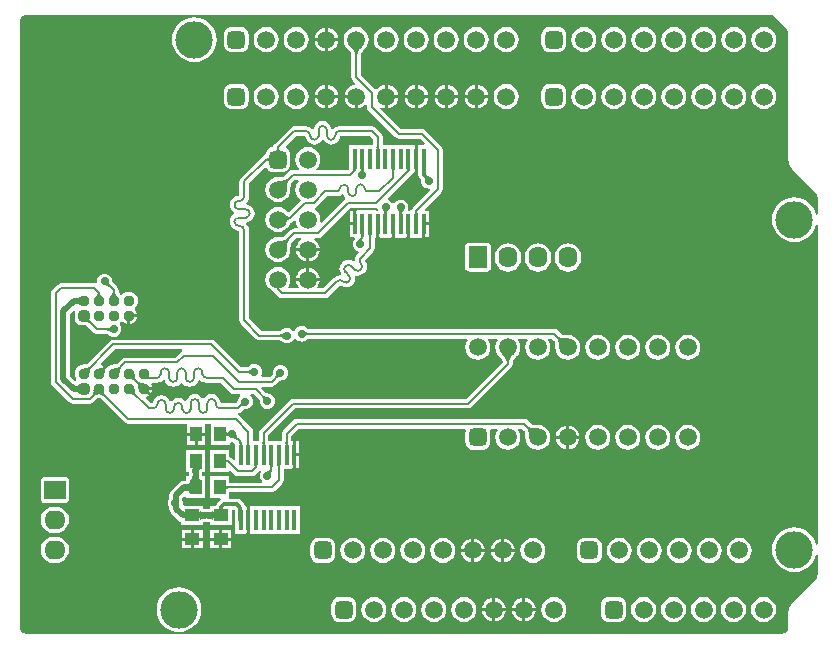
<source format=gbl>
G04*
G04 #@! TF.GenerationSoftware,Altium Limited,Altium Designer,19.1.6 (110)*
G04*
G04 Layer_Physical_Order=2*
G04 Layer_Color=16711680*
%FSLAX43Y43*%
%MOMM*%
G71*
G01*
G75*
%ADD14C,0.200*%
%ADD26R,1.016X1.270*%
%ADD27R,1.270X1.016*%
%ADD29R,0.350X1.750*%
%ADD48C,0.508*%
%ADD50C,0.300*%
%ADD51C,0.950*%
G04:AMPARAMS|DCode=52|XSize=0.95mm|YSize=0.95mm|CornerRadius=0.238mm|HoleSize=0mm|Usage=FLASHONLY|Rotation=0.000|XOffset=0mm|YOffset=0mm|HoleType=Round|Shape=RoundedRectangle|*
%AMROUNDEDRECTD52*
21,1,0.950,0.475,0,0,0.0*
21,1,0.475,0.950,0,0,0.0*
1,1,0.475,0.238,-0.238*
1,1,0.475,-0.238,-0.238*
1,1,0.475,-0.238,0.238*
1,1,0.475,0.238,0.238*
%
%ADD52ROUNDEDRECTD52*%
%ADD53C,1.500*%
G04:AMPARAMS|DCode=54|XSize=1.5mm|YSize=1.5mm|CornerRadius=0.375mm|HoleSize=0mm|Usage=FLASHONLY|Rotation=270.000|XOffset=0mm|YOffset=0mm|HoleType=Round|Shape=RoundedRectangle|*
%AMROUNDEDRECTD54*
21,1,1.500,0.750,0,0,270.0*
21,1,0.750,1.500,0,0,270.0*
1,1,0.750,-0.375,-0.375*
1,1,0.750,-0.375,0.375*
1,1,0.750,0.375,0.375*
1,1,0.750,0.375,-0.375*
%
%ADD54ROUNDEDRECTD54*%
%ADD55O,1.600X1.800*%
G04:AMPARAMS|DCode=56|XSize=1.6mm|YSize=1.8mm|CornerRadius=0.08mm|HoleSize=0mm|Usage=FLASHONLY|Rotation=0.000|XOffset=0mm|YOffset=0mm|HoleType=Round|Shape=RoundedRectangle|*
%AMROUNDEDRECTD56*
21,1,1.600,1.640,0,0,0.0*
21,1,1.440,1.800,0,0,0.0*
1,1,0.160,0.720,-0.820*
1,1,0.160,-0.720,-0.820*
1,1,0.160,-0.720,0.820*
1,1,0.160,0.720,0.820*
%
%ADD56ROUNDEDRECTD56*%
G04:AMPARAMS|DCode=57|XSize=1.5mm|YSize=1.5mm|CornerRadius=0.375mm|HoleSize=0mm|Usage=FLASHONLY|Rotation=0.000|XOffset=0mm|YOffset=0mm|HoleType=Round|Shape=RoundedRectangle|*
%AMROUNDEDRECTD57*
21,1,1.500,0.750,0,0,0.0*
21,1,0.750,1.500,0,0,0.0*
1,1,0.750,0.375,-0.375*
1,1,0.750,-0.375,-0.375*
1,1,0.750,-0.375,0.375*
1,1,0.750,0.375,0.375*
%
%ADD57ROUNDEDRECTD57*%
%ADD58O,1.800X1.600*%
G04:AMPARAMS|DCode=59|XSize=1.6mm|YSize=1.8mm|CornerRadius=0.08mm|HoleSize=0mm|Usage=FLASHONLY|Rotation=270.000|XOffset=0mm|YOffset=0mm|HoleType=Round|Shape=RoundedRectangle|*
%AMROUNDEDRECTD59*
21,1,1.600,1.640,0,0,270.0*
21,1,1.440,1.800,0,0,270.0*
1,1,0.160,-0.820,-0.720*
1,1,0.160,-0.820,0.720*
1,1,0.160,0.820,0.720*
1,1,0.160,0.820,-0.720*
%
%ADD59ROUNDEDRECTD59*%
%ADD60C,3.175*%
%ADD61C,0.700*%
G36*
X123754Y99965D02*
X123871Y99916D01*
X123999Y99818D01*
X124931Y98887D01*
X125028Y98759D01*
X125077Y98642D01*
X125098Y98483D01*
Y87829D01*
X125104Y87796D01*
X125102Y87763D01*
X125128Y87559D01*
X125149Y87497D01*
X125162Y87433D01*
X125239Y87242D01*
X125276Y87187D01*
X125304Y87128D01*
X125428Y86964D01*
X125452Y86942D01*
X125470Y86914D01*
X127415Y84922D01*
X127510Y84795D01*
X127557Y84680D01*
X127578Y84523D01*
Y83122D01*
X127451Y83103D01*
X127360Y83403D01*
X127185Y83731D01*
X126949Y84018D01*
X126661Y84254D01*
X126333Y84429D01*
X125978Y84537D01*
X125608Y84574D01*
X125238Y84537D01*
X124882Y84429D01*
X124554Y84254D01*
X124266Y84018D01*
X124031Y83731D01*
X123855Y83403D01*
X123747Y83047D01*
X123711Y82677D01*
X123747Y82307D01*
X123855Y81951D01*
X124031Y81623D01*
X124266Y81336D01*
X124554Y81100D01*
X124882Y80925D01*
X125238Y80817D01*
X125608Y80780D01*
X125978Y80817D01*
X126333Y80925D01*
X126661Y81100D01*
X126949Y81336D01*
X127185Y81623D01*
X127360Y81951D01*
X127451Y82251D01*
X127578Y82232D01*
Y55182D01*
X127451Y55163D01*
X127360Y55463D01*
X127185Y55791D01*
X126949Y56078D01*
X126661Y56314D01*
X126333Y56489D01*
X125978Y56597D01*
X125608Y56634D01*
X125238Y56597D01*
X124882Y56489D01*
X124554Y56314D01*
X124266Y56078D01*
X124031Y55791D01*
X123855Y55463D01*
X123747Y55107D01*
X123711Y54737D01*
X123747Y54367D01*
X123855Y54011D01*
X124031Y53683D01*
X124266Y53396D01*
X124554Y53160D01*
X124882Y52985D01*
X125238Y52877D01*
X125608Y52840D01*
X125978Y52877D01*
X126333Y52985D01*
X126661Y53160D01*
X126949Y53396D01*
X127185Y53683D01*
X127360Y54011D01*
X127451Y54311D01*
X127578Y54292D01*
Y52637D01*
X127557Y52480D01*
X127510Y52365D01*
X127415Y52238D01*
X125470Y50246D01*
X125452Y50218D01*
X125428Y50196D01*
X125304Y50032D01*
X125276Y49973D01*
X125239Y49918D01*
X125162Y49727D01*
X125149Y49663D01*
X125128Y49601D01*
X125102Y49397D01*
X125104Y49364D01*
X125098Y49331D01*
Y48146D01*
X125082Y48009D01*
X125046Y47906D01*
X124988Y47813D01*
X124911Y47736D01*
X124819Y47678D01*
X124716Y47642D01*
X124579Y47627D01*
X60566D01*
X60429Y47642D01*
X60326Y47678D01*
X60234Y47736D01*
X60157Y47813D01*
X60099Y47906D01*
X60063Y48009D01*
X60047Y48146D01*
Y99467D01*
X60063Y99604D01*
X60099Y99707D01*
X60157Y99799D01*
X60234Y99876D01*
X60326Y99934D01*
X60429Y99970D01*
X60566Y99986D01*
X123595D01*
X123754Y99965D01*
D02*
G37*
%LPC*%
G36*
X86111Y98913D02*
Y98044D01*
X86980D01*
X86962Y98179D01*
X86861Y98423D01*
X86700Y98633D01*
X86490Y98794D01*
X86246Y98895D01*
X86111Y98913D01*
D02*
G37*
G36*
X85857D02*
X85721Y98895D01*
X85477Y98794D01*
X85268Y98633D01*
X85107Y98423D01*
X85005Y98179D01*
X84988Y98044D01*
X85857D01*
Y98913D01*
D02*
G37*
G36*
X86980Y97790D02*
X86111D01*
Y96921D01*
X86246Y96939D01*
X86490Y97040D01*
X86700Y97201D01*
X86861Y97411D01*
X86962Y97655D01*
X86980Y97790D01*
D02*
G37*
G36*
X85857D02*
X84988D01*
X85005Y97655D01*
X85107Y97411D01*
X85268Y97201D01*
X85477Y97040D01*
X85721Y96939D01*
X85857Y96921D01*
Y97790D01*
D02*
G37*
G36*
X105633Y98973D02*
X104883D01*
X104706Y98950D01*
X104542Y98882D01*
X104401Y98773D01*
X104293Y98632D01*
X104225Y98468D01*
X104202Y98292D01*
Y97542D01*
X104225Y97366D01*
X104293Y97202D01*
X104401Y97061D01*
X104542Y96952D01*
X104706Y96884D01*
X104883Y96861D01*
X105633D01*
X105809Y96884D01*
X105973Y96952D01*
X106114Y97061D01*
X106222Y97202D01*
X106290Y97366D01*
X106313Y97542D01*
Y98292D01*
X106290Y98468D01*
X106222Y98632D01*
X106114Y98773D01*
X105973Y98882D01*
X105809Y98950D01*
X105633Y98973D01*
D02*
G37*
G36*
X78739D02*
X77989D01*
X77812Y98950D01*
X77648Y98882D01*
X77507Y98773D01*
X77399Y98632D01*
X77331Y98468D01*
X77308Y98292D01*
Y97542D01*
X77331Y97366D01*
X77399Y97202D01*
X77507Y97061D01*
X77648Y96952D01*
X77812Y96884D01*
X77989Y96861D01*
X78739D01*
X78915Y96884D01*
X79079Y96952D01*
X79220Y97061D01*
X79328Y97202D01*
X79396Y97366D01*
X79419Y97542D01*
Y98292D01*
X79396Y98468D01*
X79328Y98632D01*
X79220Y98773D01*
X79079Y98882D01*
X78915Y98950D01*
X78739Y98973D01*
D02*
G37*
G36*
X123038Y98976D02*
X122763Y98940D01*
X122508Y98834D01*
X122289Y98666D01*
X122120Y98447D01*
X122015Y98191D01*
X121979Y97917D01*
X122015Y97643D01*
X122120Y97387D01*
X122289Y97168D01*
X122508Y97000D01*
X122763Y96894D01*
X123038Y96858D01*
X123312Y96894D01*
X123567Y97000D01*
X123786Y97168D01*
X123955Y97387D01*
X124061Y97643D01*
X124097Y97917D01*
X124061Y98191D01*
X123955Y98447D01*
X123786Y98666D01*
X123567Y98834D01*
X123312Y98940D01*
X123038Y98976D01*
D02*
G37*
G36*
X120498D02*
X120223Y98940D01*
X119968Y98834D01*
X119749Y98666D01*
X119580Y98447D01*
X119475Y98191D01*
X119439Y97917D01*
X119475Y97643D01*
X119580Y97387D01*
X119749Y97168D01*
X119968Y97000D01*
X120223Y96894D01*
X120498Y96858D01*
X120772Y96894D01*
X121027Y97000D01*
X121246Y97168D01*
X121415Y97387D01*
X121521Y97643D01*
X121557Y97917D01*
X121521Y98191D01*
X121415Y98447D01*
X121246Y98666D01*
X121027Y98834D01*
X120772Y98940D01*
X120498Y98976D01*
D02*
G37*
G36*
X117958D02*
X117683Y98940D01*
X117428Y98834D01*
X117209Y98666D01*
X117040Y98447D01*
X116935Y98191D01*
X116899Y97917D01*
X116935Y97643D01*
X117040Y97387D01*
X117209Y97168D01*
X117428Y97000D01*
X117683Y96894D01*
X117958Y96858D01*
X118232Y96894D01*
X118487Y97000D01*
X118706Y97168D01*
X118875Y97387D01*
X118981Y97643D01*
X119017Y97917D01*
X118981Y98191D01*
X118875Y98447D01*
X118706Y98666D01*
X118487Y98834D01*
X118232Y98940D01*
X117958Y98976D01*
D02*
G37*
G36*
X115418D02*
X115143Y98940D01*
X114888Y98834D01*
X114669Y98666D01*
X114500Y98447D01*
X114395Y98191D01*
X114359Y97917D01*
X114395Y97643D01*
X114500Y97387D01*
X114669Y97168D01*
X114888Y97000D01*
X115143Y96894D01*
X115418Y96858D01*
X115692Y96894D01*
X115947Y97000D01*
X116166Y97168D01*
X116335Y97387D01*
X116441Y97643D01*
X116477Y97917D01*
X116441Y98191D01*
X116335Y98447D01*
X116166Y98666D01*
X115947Y98834D01*
X115692Y98940D01*
X115418Y98976D01*
D02*
G37*
G36*
X112878D02*
X112603Y98940D01*
X112348Y98834D01*
X112129Y98666D01*
X111960Y98447D01*
X111855Y98191D01*
X111819Y97917D01*
X111855Y97643D01*
X111960Y97387D01*
X112129Y97168D01*
X112348Y97000D01*
X112603Y96894D01*
X112878Y96858D01*
X113152Y96894D01*
X113407Y97000D01*
X113626Y97168D01*
X113795Y97387D01*
X113901Y97643D01*
X113937Y97917D01*
X113901Y98191D01*
X113795Y98447D01*
X113626Y98666D01*
X113407Y98834D01*
X113152Y98940D01*
X112878Y98976D01*
D02*
G37*
G36*
X110338D02*
X110063Y98940D01*
X109808Y98834D01*
X109589Y98666D01*
X109420Y98447D01*
X109315Y98191D01*
X109279Y97917D01*
X109315Y97643D01*
X109420Y97387D01*
X109589Y97168D01*
X109808Y97000D01*
X110063Y96894D01*
X110338Y96858D01*
X110612Y96894D01*
X110867Y97000D01*
X111086Y97168D01*
X111255Y97387D01*
X111361Y97643D01*
X111397Y97917D01*
X111361Y98191D01*
X111255Y98447D01*
X111086Y98666D01*
X110867Y98834D01*
X110612Y98940D01*
X110338Y98976D01*
D02*
G37*
G36*
X107798D02*
X107523Y98940D01*
X107268Y98834D01*
X107049Y98666D01*
X106880Y98447D01*
X106775Y98191D01*
X106739Y97917D01*
X106775Y97643D01*
X106880Y97387D01*
X107049Y97168D01*
X107268Y97000D01*
X107523Y96894D01*
X107798Y96858D01*
X108072Y96894D01*
X108327Y97000D01*
X108546Y97168D01*
X108715Y97387D01*
X108821Y97643D01*
X108857Y97917D01*
X108821Y98191D01*
X108715Y98447D01*
X108546Y98666D01*
X108327Y98834D01*
X108072Y98940D01*
X107798Y98976D01*
D02*
G37*
G36*
X101224D02*
X100949Y98940D01*
X100694Y98834D01*
X100475Y98666D01*
X100306Y98447D01*
X100201Y98191D01*
X100165Y97917D01*
X100201Y97643D01*
X100306Y97387D01*
X100475Y97168D01*
X100694Y97000D01*
X100949Y96894D01*
X101224Y96858D01*
X101498Y96894D01*
X101753Y97000D01*
X101972Y97168D01*
X102141Y97387D01*
X102247Y97643D01*
X102283Y97917D01*
X102247Y98191D01*
X102141Y98447D01*
X101972Y98666D01*
X101753Y98834D01*
X101498Y98940D01*
X101224Y98976D01*
D02*
G37*
G36*
X98684D02*
X98409Y98940D01*
X98154Y98834D01*
X97935Y98666D01*
X97766Y98447D01*
X97661Y98191D01*
X97625Y97917D01*
X97661Y97643D01*
X97766Y97387D01*
X97935Y97168D01*
X98154Y97000D01*
X98409Y96894D01*
X98684Y96858D01*
X98958Y96894D01*
X99213Y97000D01*
X99432Y97168D01*
X99601Y97387D01*
X99707Y97643D01*
X99743Y97917D01*
X99707Y98191D01*
X99601Y98447D01*
X99432Y98666D01*
X99213Y98834D01*
X98958Y98940D01*
X98684Y98976D01*
D02*
G37*
G36*
X96144D02*
X95869Y98940D01*
X95614Y98834D01*
X95395Y98666D01*
X95226Y98447D01*
X95121Y98191D01*
X95085Y97917D01*
X95121Y97643D01*
X95226Y97387D01*
X95395Y97168D01*
X95614Y97000D01*
X95869Y96894D01*
X96144Y96858D01*
X96418Y96894D01*
X96673Y97000D01*
X96892Y97168D01*
X97061Y97387D01*
X97167Y97643D01*
X97203Y97917D01*
X97167Y98191D01*
X97061Y98447D01*
X96892Y98666D01*
X96673Y98834D01*
X96418Y98940D01*
X96144Y98976D01*
D02*
G37*
G36*
X93604D02*
X93329Y98940D01*
X93074Y98834D01*
X92855Y98666D01*
X92686Y98447D01*
X92581Y98191D01*
X92545Y97917D01*
X92581Y97643D01*
X92686Y97387D01*
X92855Y97168D01*
X93074Y97000D01*
X93329Y96894D01*
X93604Y96858D01*
X93878Y96894D01*
X94133Y97000D01*
X94352Y97168D01*
X94521Y97387D01*
X94627Y97643D01*
X94663Y97917D01*
X94627Y98191D01*
X94521Y98447D01*
X94352Y98666D01*
X94133Y98834D01*
X93878Y98940D01*
X93604Y98976D01*
D02*
G37*
G36*
X91064D02*
X90789Y98940D01*
X90534Y98834D01*
X90315Y98666D01*
X90146Y98447D01*
X90041Y98191D01*
X90005Y97917D01*
X90041Y97643D01*
X90146Y97387D01*
X90315Y97168D01*
X90534Y97000D01*
X90789Y96894D01*
X91064Y96858D01*
X91338Y96894D01*
X91593Y97000D01*
X91812Y97168D01*
X91981Y97387D01*
X92087Y97643D01*
X92123Y97917D01*
X92087Y98191D01*
X91981Y98447D01*
X91812Y98666D01*
X91593Y98834D01*
X91338Y98940D01*
X91064Y98976D01*
D02*
G37*
G36*
X83444D02*
X83169Y98940D01*
X82914Y98834D01*
X82695Y98666D01*
X82526Y98447D01*
X82421Y98191D01*
X82385Y97917D01*
X82421Y97643D01*
X82526Y97387D01*
X82695Y97168D01*
X82914Y97000D01*
X83169Y96894D01*
X83444Y96858D01*
X83718Y96894D01*
X83973Y97000D01*
X84192Y97168D01*
X84361Y97387D01*
X84467Y97643D01*
X84503Y97917D01*
X84467Y98191D01*
X84361Y98447D01*
X84192Y98666D01*
X83973Y98834D01*
X83718Y98940D01*
X83444Y98976D01*
D02*
G37*
G36*
X80904D02*
X80629Y98940D01*
X80374Y98834D01*
X80155Y98666D01*
X79986Y98447D01*
X79881Y98191D01*
X79845Y97917D01*
X79881Y97643D01*
X79986Y97387D01*
X80155Y97168D01*
X80374Y97000D01*
X80629Y96894D01*
X80904Y96858D01*
X81178Y96894D01*
X81433Y97000D01*
X81652Y97168D01*
X81821Y97387D01*
X81927Y97643D01*
X81963Y97917D01*
X81927Y98191D01*
X81821Y98447D01*
X81652Y98666D01*
X81433Y98834D01*
X81178Y98940D01*
X80904Y98976D01*
D02*
G37*
G36*
X74808Y99814D02*
X74438Y99777D01*
X74082Y99669D01*
X73754Y99494D01*
X73466Y99258D01*
X73231Y98971D01*
X73055Y98643D01*
X72947Y98287D01*
X72911Y97917D01*
X72947Y97547D01*
X73055Y97191D01*
X73231Y96863D01*
X73466Y96576D01*
X73754Y96340D01*
X74082Y96165D01*
X74438Y96057D01*
X74808Y96020D01*
X75178Y96057D01*
X75533Y96165D01*
X75861Y96340D01*
X76149Y96576D01*
X76385Y96863D01*
X76560Y97191D01*
X76668Y97547D01*
X76704Y97917D01*
X76668Y98287D01*
X76560Y98643D01*
X76385Y98971D01*
X76149Y99258D01*
X75861Y99494D01*
X75533Y99669D01*
X75178Y99777D01*
X74808Y99814D01*
D02*
G37*
G36*
X98811Y94087D02*
Y93218D01*
X99680D01*
X99662Y93353D01*
X99561Y93597D01*
X99400Y93807D01*
X99190Y93968D01*
X98946Y94069D01*
X98811Y94087D01*
D02*
G37*
G36*
X98557D02*
X98421Y94069D01*
X98177Y93968D01*
X97968Y93807D01*
X97807Y93597D01*
X97705Y93353D01*
X97688Y93218D01*
X98557D01*
Y94087D01*
D02*
G37*
G36*
X96271D02*
Y93218D01*
X97140D01*
X97122Y93353D01*
X97021Y93597D01*
X96860Y93807D01*
X96650Y93968D01*
X96406Y94069D01*
X96271Y94087D01*
D02*
G37*
G36*
X96017D02*
X95881Y94069D01*
X95637Y93968D01*
X95428Y93807D01*
X95267Y93597D01*
X95165Y93353D01*
X95148Y93218D01*
X96017D01*
Y94087D01*
D02*
G37*
G36*
X93731D02*
Y93218D01*
X94600D01*
X94582Y93353D01*
X94481Y93597D01*
X94320Y93807D01*
X94110Y93968D01*
X93866Y94069D01*
X93731Y94087D01*
D02*
G37*
G36*
X93477D02*
X93341Y94069D01*
X93097Y93968D01*
X92888Y93807D01*
X92727Y93597D01*
X92625Y93353D01*
X92608Y93218D01*
X93477D01*
Y94087D01*
D02*
G37*
G36*
X91191D02*
Y93218D01*
X92060D01*
X92042Y93353D01*
X91941Y93597D01*
X91780Y93807D01*
X91570Y93968D01*
X91326Y94069D01*
X91191Y94087D01*
D02*
G37*
G36*
X86111D02*
Y93218D01*
X86980D01*
X86962Y93353D01*
X86861Y93597D01*
X86700Y93807D01*
X86490Y93968D01*
X86246Y94069D01*
X86111Y94087D01*
D02*
G37*
G36*
X85857D02*
X85721Y94069D01*
X85477Y93968D01*
X85268Y93807D01*
X85107Y93597D01*
X85005Y93353D01*
X84988Y93218D01*
X85857D01*
Y94087D01*
D02*
G37*
G36*
X99680Y92964D02*
X98811D01*
Y92095D01*
X98946Y92113D01*
X99190Y92214D01*
X99400Y92375D01*
X99561Y92585D01*
X99662Y92829D01*
X99680Y92964D01*
D02*
G37*
G36*
X98557D02*
X97688D01*
X97705Y92829D01*
X97807Y92585D01*
X97968Y92375D01*
X98177Y92214D01*
X98421Y92113D01*
X98557Y92095D01*
Y92964D01*
D02*
G37*
G36*
X97140D02*
X96271D01*
Y92095D01*
X96406Y92113D01*
X96650Y92214D01*
X96860Y92375D01*
X97021Y92585D01*
X97122Y92829D01*
X97140Y92964D01*
D02*
G37*
G36*
X96017D02*
X95148D01*
X95165Y92829D01*
X95267Y92585D01*
X95428Y92375D01*
X95637Y92214D01*
X95881Y92113D01*
X96017Y92095D01*
Y92964D01*
D02*
G37*
G36*
X94600D02*
X93731D01*
Y92095D01*
X93866Y92113D01*
X94110Y92214D01*
X94320Y92375D01*
X94481Y92585D01*
X94582Y92829D01*
X94600Y92964D01*
D02*
G37*
G36*
X93477D02*
X92608D01*
X92625Y92829D01*
X92727Y92585D01*
X92888Y92375D01*
X93097Y92214D01*
X93341Y92113D01*
X93477Y92095D01*
Y92964D01*
D02*
G37*
G36*
X92060D02*
X91191D01*
Y92095D01*
X91326Y92113D01*
X91570Y92214D01*
X91780Y92375D01*
X91941Y92585D01*
X92042Y92829D01*
X92060Y92964D01*
D02*
G37*
G36*
X88524Y98976D02*
X88249Y98940D01*
X87994Y98834D01*
X87775Y98666D01*
X87606Y98447D01*
X87501Y98191D01*
X87465Y97917D01*
X87501Y97643D01*
X87606Y97387D01*
X87775Y97168D01*
X87794Y97154D01*
X87856Y97090D01*
X87980Y96951D01*
X88024Y96895D01*
X88060Y96843D01*
X88087Y96799D01*
X88104Y96763D01*
X88113Y96738D01*
X88116Y96728D01*
Y94717D01*
X88116Y94717D01*
X88147Y94561D01*
X88235Y94429D01*
X88443Y94221D01*
X88397Y94087D01*
X88261Y94069D01*
X88017Y93968D01*
X87808Y93807D01*
X87647Y93597D01*
X87545Y93353D01*
X87528Y93218D01*
X88524D01*
Y93091D01*
X88651D01*
Y92095D01*
X88786Y92113D01*
X89030Y92214D01*
X89240Y92375D01*
X89280Y92427D01*
X89407Y92384D01*
Y92227D01*
X89407Y92227D01*
X89438Y92071D01*
X89526Y91939D01*
X91812Y89653D01*
X91812Y89653D01*
X91944Y89565D01*
X92100Y89534D01*
X93887D01*
X94301Y89119D01*
X94253Y89002D01*
X93763D01*
Y88956D01*
X93715D01*
Y87827D01*
Y86698D01*
X93763D01*
Y86652D01*
X93779D01*
Y86490D01*
X93814Y86314D01*
X93914Y86165D01*
X94024Y86055D01*
X94010Y85954D01*
X94033Y85784D01*
X94098Y85626D01*
X94202Y85490D01*
X94338Y85386D01*
X94496Y85320D01*
X94666Y85298D01*
X94736Y85307D01*
X94796Y85187D01*
X93300Y83691D01*
X93211Y83559D01*
X93195Y83477D01*
X93113D01*
Y83431D01*
X92977D01*
X92916Y83522D01*
X92913Y83558D01*
X92934Y83718D01*
X92911Y83888D01*
X92846Y84046D01*
X92742Y84182D01*
X92606Y84286D01*
X92448Y84352D01*
X92278Y84374D01*
X92109Y84352D01*
X91950Y84286D01*
X91815Y84182D01*
X91710Y84046D01*
X91576D01*
X91472Y84182D01*
X91336Y84286D01*
X91214Y84337D01*
X91167Y84469D01*
X93226Y86528D01*
X93226Y86528D01*
X93309Y86652D01*
X93413D01*
Y86698D01*
X93461D01*
Y87827D01*
Y88956D01*
X93413D01*
Y89002D01*
X90746D01*
Y89697D01*
X90746Y89697D01*
X90715Y89853D01*
X90626Y89986D01*
X90626Y89986D01*
X90154Y90458D01*
X90021Y90547D01*
X89865Y90578D01*
X89865Y90578D01*
X87097D01*
X87077Y90574D01*
X86900Y90551D01*
X86716Y90475D01*
X86559Y90354D01*
X86556Y90350D01*
X86423Y90386D01*
X86415Y90446D01*
X86339Y90630D01*
X86218Y90787D01*
X86061Y90908D01*
X85877Y90984D01*
X85700Y91007D01*
X85681Y91011D01*
X85661Y91007D01*
X85484Y90984D01*
X85300Y90908D01*
X85143Y90787D01*
X85022Y90630D01*
X84946Y90446D01*
X84938Y90386D01*
X84805Y90350D01*
X84802Y90354D01*
X84645Y90475D01*
X84461Y90551D01*
X84284Y90574D01*
X84265Y90578D01*
X83261D01*
X83105Y90547D01*
X82973Y90458D01*
X82973Y90458D01*
X81601Y89087D01*
X81513Y88954D01*
X81484Y88809D01*
X81338Y88790D01*
X81174Y88722D01*
X81033Y88613D01*
X80925Y88472D01*
X80857Y88308D01*
X80837Y88158D01*
X80718Y88134D01*
X80585Y88045D01*
X78731Y86191D01*
X78643Y86059D01*
X78612Y85903D01*
X78612Y85903D01*
Y84674D01*
X78559D01*
X78539Y84670D01*
X78362Y84647D01*
X78179Y84571D01*
X78021Y84450D01*
X77900Y84292D01*
X77824Y84109D01*
X77801Y83932D01*
X77797Y83912D01*
X77801Y83892D01*
X77824Y83715D01*
X77900Y83532D01*
X78021Y83374D01*
X78146Y83279D01*
X78157Y83238D01*
Y83170D01*
X78146Y83129D01*
X78021Y83034D01*
X77900Y82876D01*
X77824Y82693D01*
X77801Y82516D01*
X77797Y82496D01*
X77801Y82476D01*
X77824Y82299D01*
X77900Y82116D01*
X78021Y81958D01*
X78179Y81837D01*
X78362Y81761D01*
X78539Y81738D01*
X78559Y81734D01*
X78612D01*
Y74149D01*
X78612Y74149D01*
X78643Y73993D01*
X78731Y73860D01*
X80033Y72559D01*
X80165Y72470D01*
X80321Y72439D01*
X80321Y72439D01*
X82089D01*
X82091Y72439D01*
X82097Y72436D01*
X82105Y72432D01*
X82115Y72425D01*
X82127Y72416D01*
X82142Y72403D01*
X82164Y72382D01*
X82168Y72379D01*
X82298Y72279D01*
X82457Y72214D01*
X82626Y72192D01*
X82796Y72214D01*
X82954Y72279D01*
X83090Y72384D01*
X83194Y72519D01*
X83229Y72604D01*
X83373Y72619D01*
X83436Y72536D01*
X83572Y72432D01*
X83730Y72367D01*
X83900Y72344D01*
X84070Y72367D01*
X84228Y72432D01*
X84364Y72536D01*
X84367Y72541D01*
X84371Y72544D01*
X84392Y72565D01*
X84406Y72577D01*
X84417Y72586D01*
X84427Y72592D01*
X84434Y72596D01*
X84439Y72598D01*
X84440Y72599D01*
X97908D01*
X97965Y72485D01*
X97889Y72386D01*
X97783Y72131D01*
X97747Y71857D01*
X97783Y71582D01*
X97889Y71327D01*
X98057Y71108D01*
X98276Y70939D01*
X98532Y70834D01*
X98806Y70798D01*
X99080Y70834D01*
X99336Y70939D01*
X99555Y71108D01*
X99723Y71327D01*
X99829Y71582D01*
X99865Y71857D01*
X99829Y72131D01*
X99723Y72386D01*
X99647Y72485D01*
X99704Y72599D01*
X100448D01*
X100505Y72485D01*
X100429Y72386D01*
X100323Y72131D01*
X100287Y71857D01*
X100323Y71582D01*
X100429Y71327D01*
X100597Y71108D01*
X100616Y71093D01*
X100679Y71030D01*
X100803Y70891D01*
X100846Y70835D01*
X100882Y70783D01*
X100909Y70738D01*
X100927Y70703D01*
X100936Y70678D01*
X100938Y70668D01*
Y70615D01*
X97831Y67508D01*
X83200D01*
X83044Y67477D01*
X82912Y67388D01*
X82912Y67388D01*
X80387Y64863D01*
X80298Y64731D01*
X80267Y64575D01*
X80267Y64575D01*
Y63938D01*
X79783D01*
Y64725D01*
X79752Y64881D01*
X79663Y65013D01*
X79663Y65013D01*
X78588Y66088D01*
X78473Y66165D01*
X78474Y66169D01*
X78500Y66292D01*
X78656Y66323D01*
X78788Y66412D01*
X78996Y66620D01*
X79002Y66620D01*
X79012Y66621D01*
X79025Y66620D01*
X79052Y66618D01*
X79078Y66620D01*
X79131Y66613D01*
X79301Y66635D01*
X79459Y66701D01*
X79595Y66805D01*
X79699Y66941D01*
X79764Y67099D01*
X79787Y67269D01*
X79764Y67438D01*
X79699Y67597D01*
X79595Y67732D01*
X79552Y67765D01*
X79595Y67892D01*
X79831D01*
X80331Y67392D01*
X80332Y67390D01*
X80335Y67384D01*
X80337Y67375D01*
X80340Y67363D01*
X80342Y67347D01*
X80343Y67329D01*
X80344Y67298D01*
X80345Y67293D01*
X80367Y67130D01*
X80432Y66972D01*
X80536Y66836D01*
X80672Y66732D01*
X80830Y66667D01*
X81000Y66644D01*
X81170Y66667D01*
X81328Y66732D01*
X81463Y66836D01*
X81568Y66972D01*
X81633Y67130D01*
X81655Y67300D01*
X81633Y67470D01*
X81568Y67628D01*
X81463Y67763D01*
X81328Y67868D01*
X81170Y67933D01*
X81007Y67955D01*
X81002Y67956D01*
X80971Y67956D01*
X80952Y67958D01*
X80937Y67960D01*
X80925Y67962D01*
X80916Y67965D01*
X80910Y67967D01*
X80908Y67968D01*
X80452Y68425D01*
X80500Y68542D01*
X81350D01*
X81350Y68542D01*
X81506Y68573D01*
X81638Y68661D01*
X82008Y69031D01*
X82010Y69032D01*
X82016Y69035D01*
X82025Y69037D01*
X82037Y69040D01*
X82052Y69042D01*
X82071Y69044D01*
X82102Y69044D01*
X82107Y69045D01*
X82270Y69067D01*
X82428Y69132D01*
X82564Y69236D01*
X82668Y69372D01*
X82733Y69530D01*
X82756Y69700D01*
X82733Y69870D01*
X82668Y70028D01*
X82564Y70164D01*
X82428Y70268D01*
X82270Y70333D01*
X82100Y70356D01*
X81930Y70333D01*
X81772Y70268D01*
X81636Y70164D01*
X81532Y70028D01*
X81467Y69870D01*
X81445Y69707D01*
X81444Y69702D01*
X81444Y69671D01*
X81442Y69652D01*
X81440Y69637D01*
X81437Y69625D01*
X81435Y69616D01*
X81432Y69610D01*
X81431Y69608D01*
X81181Y69358D01*
X80501D01*
X80446Y69485D01*
X80500Y69615D01*
X80522Y69785D01*
X80500Y69955D01*
X80434Y70113D01*
X80330Y70248D01*
X80194Y70353D01*
X80036Y70418D01*
X79867Y70440D01*
X79697Y70418D01*
X79539Y70353D01*
X79409Y70253D01*
X79404Y70250D01*
X79382Y70229D01*
X79368Y70216D01*
X79355Y70207D01*
X79345Y70200D01*
X79337Y70196D01*
X79331Y70193D01*
X79329Y70193D01*
X78745D01*
X76551Y72387D01*
X76419Y72475D01*
X76263Y72506D01*
X76263Y72506D01*
X67924D01*
X67768Y72475D01*
X67635Y72387D01*
X67635Y72387D01*
X65698Y70449D01*
X65692Y70447D01*
X65679Y70441D01*
X65659Y70435D01*
X65633Y70428D01*
X65605Y70424D01*
X65514Y70416D01*
X65466Y70416D01*
X65460Y70417D01*
X65258Y70390D01*
X65069Y70312D01*
X64907Y70188D01*
X64783Y70026D01*
X64705Y69837D01*
X64678Y69635D01*
X64705Y69433D01*
X64783Y69244D01*
X64819Y69197D01*
X64786Y69057D01*
X64712Y69031D01*
X64293Y69449D01*
Y74696D01*
X64591Y74994D01*
X64708Y74931D01*
X64674Y74762D01*
Y74287D01*
X64716Y74078D01*
X64835Y73900D01*
X65013Y73781D01*
X65223Y73739D01*
X65669D01*
X66316Y73092D01*
X66316Y73092D01*
X66448Y73004D01*
X66604Y72973D01*
X67433D01*
X67435Y72972D01*
X67441Y72969D01*
X67449Y72965D01*
X67459Y72958D01*
X67472Y72949D01*
X67486Y72937D01*
X67508Y72916D01*
X67513Y72913D01*
X67643Y72813D01*
X67801Y72747D01*
X67970Y72725D01*
X68140Y72747D01*
X68298Y72813D01*
X68434Y72917D01*
X68538Y73053D01*
X68604Y73211D01*
X68626Y73381D01*
X68604Y73550D01*
X68538Y73708D01*
X68493Y73767D01*
X68507Y73937D01*
X68553Y73972D01*
X68600Y74035D01*
X68727D01*
X68750Y74005D01*
X68902Y73888D01*
X69080Y73815D01*
X69143Y73806D01*
Y74525D01*
X69270D01*
Y74652D01*
X69989D01*
X69980Y74715D01*
X69907Y74893D01*
X69790Y75045D01*
X69760Y75068D01*
Y75195D01*
X69823Y75242D01*
X69947Y75404D01*
X70025Y75593D01*
X70052Y75795D01*
X70025Y75997D01*
X69947Y76186D01*
X69823Y76348D01*
X69661Y76472D01*
X69472Y76550D01*
X69270Y76577D01*
X69068Y76550D01*
X68879Y76472D01*
X68717Y76348D01*
X68699Y76323D01*
X68572D01*
X68553Y76348D01*
X68549Y76351D01*
X68480Y76424D01*
X68458Y76452D01*
X68439Y76479D01*
X68425Y76501D01*
X68415Y76520D01*
X68410Y76533D01*
X68408Y76539D01*
Y76678D01*
X68408Y76678D01*
X68377Y76834D01*
X68288Y76967D01*
X68288Y76967D01*
X67884Y77371D01*
X67882Y77376D01*
X67878Y77384D01*
X67875Y77395D01*
X67871Y77409D01*
X67868Y77427D01*
X67865Y77448D01*
X67863Y77479D01*
X67856Y77508D01*
X67842Y77614D01*
X67776Y77772D01*
X67672Y77908D01*
X67536Y78012D01*
X67378Y78078D01*
X67208Y78100D01*
X67039Y78078D01*
X66881Y78012D01*
X66745Y77908D01*
X66641Y77772D01*
X66575Y77614D01*
X66553Y77445D01*
X66564Y77356D01*
X66530Y77320D01*
X66450Y77268D01*
X66319Y77294D01*
X66319Y77294D01*
X63516D01*
X63516Y77294D01*
X63359Y77263D01*
X63227Y77174D01*
X63227Y77174D01*
X62786Y76733D01*
X62698Y76601D01*
X62667Y76445D01*
X62667Y76445D01*
Y68944D01*
X62667Y68944D01*
X62698Y68788D01*
X62786Y68656D01*
X64240Y67202D01*
X64240Y67202D01*
X64373Y67113D01*
X64529Y67082D01*
X64529Y67082D01*
X65962D01*
X65962Y67082D01*
X66118Y67113D01*
X66250Y67202D01*
X66563Y67514D01*
X66573Y67520D01*
X66592Y67530D01*
X66619Y67540D01*
X66646Y67549D01*
X66734Y67570D01*
X66811Y67550D01*
X66841Y67540D01*
X66868Y67530D01*
X66887Y67520D01*
X66897Y67514D01*
X68900Y65512D01*
X68900Y65512D01*
X69032Y65423D01*
X69188Y65392D01*
X69188Y65392D01*
X73082D01*
X73082Y65392D01*
X73082Y65392D01*
X73650D01*
X73650Y65392D01*
X73650Y65392D01*
X74096D01*
X74222Y65389D01*
X74222Y65265D01*
Y64627D01*
X74984D01*
X75746D01*
X75746Y65389D01*
X75872Y65392D01*
X75914D01*
X75914Y65392D01*
X75914Y65392D01*
X76208D01*
Y63565D01*
X77824D01*
Y63760D01*
X77951Y63865D01*
X78019Y63856D01*
X78024Y63855D01*
X78054Y63854D01*
X78073Y63853D01*
X78089Y63851D01*
X78101Y63848D01*
X78109Y63846D01*
X78116Y63843D01*
X78117Y63842D01*
X78250Y63710D01*
Y63649D01*
X78247Y63634D01*
X78250Y63620D01*
Y63600D01*
X78250Y63595D01*
X78250Y63594D01*
Y62365D01*
X78133Y62316D01*
X77930Y62518D01*
X77798Y62607D01*
X77764Y62614D01*
Y63165D01*
X76148D01*
Y61295D01*
X77764D01*
Y61365D01*
X77881Y61414D01*
X78217Y61078D01*
X78349Y60990D01*
X78505Y60959D01*
X78505Y60959D01*
X79705D01*
X79705Y60959D01*
X79861Y60990D01*
X79994Y61078D01*
X80313Y61398D01*
X80385Y61505D01*
X80409Y61506D01*
X80473Y61384D01*
X80473Y61381D01*
X80432Y61328D01*
X80367Y61170D01*
X80344Y61000D01*
X80367Y60830D01*
X80432Y60672D01*
X80536Y60536D01*
X80545Y60530D01*
X80502Y60403D01*
X77755D01*
Y60930D01*
X76139D01*
Y59060D01*
X77008D01*
X77047Y58933D01*
X76993Y58897D01*
X76723Y58626D01*
X76623Y58477D01*
X76614Y58431D01*
X76451D01*
X76448Y58432D01*
X76435Y58431D01*
X76429D01*
X76415Y58434D01*
X76401Y58431D01*
X76112D01*
Y58202D01*
X76102Y58199D01*
X76052Y58191D01*
X76019Y58188D01*
X75676D01*
X75643Y58191D01*
X75593Y58199D01*
X75583Y58202D01*
Y58431D01*
X75294D01*
X75280Y58434D01*
X75266Y58431D01*
X75260D01*
X75247Y58432D01*
X75244Y58431D01*
X73942D01*
X73911Y58456D01*
X73844Y58558D01*
X73861Y58683D01*
X73839Y58852D01*
X73807Y58929D01*
Y59089D01*
X73989Y59271D01*
X74107Y59223D01*
Y59060D01*
X75723D01*
Y60590D01*
X75724Y60594D01*
X75723Y60606D01*
Y60613D01*
X75725Y60628D01*
X75723Y60642D01*
Y60930D01*
X75497D01*
X75495Y60939D01*
X75487Y60989D01*
X75484Y61022D01*
Y61201D01*
X75487Y61235D01*
X75495Y61286D01*
X75498Y61295D01*
X75732D01*
Y61596D01*
X75733Y61602D01*
X75732Y61608D01*
Y63165D01*
X74116D01*
Y61634D01*
X74115Y61631D01*
X74116Y61619D01*
Y61612D01*
X74113Y61597D01*
X74116Y61583D01*
Y61295D01*
X74341D01*
X74344Y61286D01*
X74352Y61235D01*
X74354Y61203D01*
Y61023D01*
X74351Y60989D01*
X74343Y60939D01*
X74341Y60930D01*
X74107D01*
Y60629D01*
X74105Y60623D01*
X74004Y60560D01*
X73914D01*
X73914Y60560D01*
X73698Y60517D01*
X73515Y60394D01*
X73515Y60394D01*
X72843Y59722D01*
X72720Y59539D01*
X72677Y59323D01*
X72677Y59323D01*
Y59062D01*
X72637Y59010D01*
X72572Y58852D01*
X72550Y58683D01*
X72572Y58513D01*
X72637Y58355D01*
X72677Y58303D01*
Y58203D01*
X72677Y58203D01*
X72720Y57987D01*
X72843Y57804D01*
X73423Y57224D01*
X73423Y57224D01*
X73606Y57101D01*
X73713Y57080D01*
Y56815D01*
X75244D01*
X75247Y56814D01*
X75260Y56815D01*
X75266D01*
X75280Y56812D01*
X75294Y56815D01*
X75583D01*
Y57044D01*
X75593Y57047D01*
X75643Y57055D01*
X75676Y57058D01*
X76019D01*
X76052Y57055D01*
X76102Y57047D01*
X76112Y57044D01*
Y56815D01*
X76401D01*
X76415Y56812D01*
X76429Y56815D01*
X76435D01*
X76448Y56814D01*
X76451Y56815D01*
X77982D01*
Y58114D01*
X78220D01*
X78250Y58083D01*
Y56062D01*
X79200D01*
Y56109D01*
X79248D01*
Y57237D01*
Y58367D01*
X79200D01*
Y58412D01*
X79145D01*
X79138Y58443D01*
X79039Y58592D01*
X78734Y58897D01*
X78585Y58996D01*
X78410Y59031D01*
X77870D01*
X77755Y59060D01*
X77755Y59158D01*
Y59587D01*
X81356D01*
X81356Y59587D01*
X81512Y59618D01*
X81645Y59706D01*
X82263Y60325D01*
X82263Y60325D01*
X82352Y60458D01*
X82383Y60614D01*
X82383Y60614D01*
Y61588D01*
X83100D01*
Y61633D01*
X83148D01*
Y62763D01*
Y63891D01*
X83100D01*
Y63938D01*
X83033D01*
Y64356D01*
X83656Y64979D01*
X97715D01*
X97800Y64852D01*
X97773Y64788D01*
X97750Y64612D01*
Y63862D01*
X97773Y63685D01*
X97841Y63521D01*
X97950Y63380D01*
X98091Y63272D01*
X98255Y63204D01*
X98431Y63181D01*
X99181D01*
X99357Y63204D01*
X99521Y63272D01*
X99662Y63380D01*
X99771Y63521D01*
X99839Y63685D01*
X99862Y63862D01*
Y64612D01*
X99839Y64788D01*
X99812Y64852D01*
X99897Y64979D01*
X100448D01*
X100505Y64865D01*
X100429Y64766D01*
X100323Y64511D01*
X100287Y64237D01*
X100323Y63963D01*
X100429Y63707D01*
X100597Y63488D01*
X100816Y63319D01*
X101072Y63214D01*
X101346Y63178D01*
X101620Y63214D01*
X101876Y63319D01*
X102095Y63488D01*
X102263Y63707D01*
X102369Y63963D01*
X102405Y64237D01*
X102369Y64511D01*
X102263Y64766D01*
X102187Y64865D01*
X102244Y64979D01*
X102567D01*
X102757Y64789D01*
X102762Y64780D01*
X102773Y64756D01*
X102786Y64718D01*
X102799Y64668D01*
X102810Y64606D01*
X102819Y64535D01*
X102830Y64349D01*
X102830Y64260D01*
X102827Y64237D01*
X102863Y63963D01*
X102969Y63707D01*
X103137Y63488D01*
X103356Y63319D01*
X103612Y63214D01*
X103886Y63178D01*
X104160Y63214D01*
X104416Y63319D01*
X104635Y63488D01*
X104803Y63707D01*
X104909Y63963D01*
X104945Y64237D01*
X104909Y64511D01*
X104803Y64766D01*
X104635Y64985D01*
X104416Y65154D01*
X104160Y65260D01*
X103886Y65296D01*
X103862Y65293D01*
X103773Y65293D01*
X103587Y65304D01*
X103517Y65312D01*
X103454Y65324D01*
X103404Y65337D01*
X103367Y65349D01*
X103342Y65360D01*
X103334Y65366D01*
X103024Y65675D01*
X102892Y65763D01*
X102736Y65794D01*
X102736Y65794D01*
X83487D01*
X83487Y65794D01*
X83331Y65763D01*
X83198Y65675D01*
X82337Y64813D01*
X82248Y64681D01*
X82217Y64525D01*
X82217Y64525D01*
Y63938D01*
X81083D01*
Y64406D01*
X83369Y66692D01*
X98000D01*
X98000Y66692D01*
X98156Y66723D01*
X98288Y66812D01*
X101634Y70158D01*
X101634Y70158D01*
X101723Y70290D01*
X101754Y70446D01*
X101754Y70446D01*
Y70668D01*
X101756Y70678D01*
X101766Y70703D01*
X101783Y70738D01*
X101810Y70783D01*
X101846Y70835D01*
X101889Y70891D01*
X102013Y71030D01*
X102076Y71093D01*
X102095Y71108D01*
X102263Y71327D01*
X102369Y71582D01*
X102405Y71857D01*
X102369Y72131D01*
X102263Y72386D01*
X102187Y72485D01*
X102244Y72599D01*
X102988D01*
X103045Y72485D01*
X102969Y72386D01*
X102863Y72131D01*
X102827Y71857D01*
X102863Y71582D01*
X102969Y71327D01*
X103137Y71108D01*
X103356Y70939D01*
X103612Y70834D01*
X103886Y70798D01*
X104160Y70834D01*
X104416Y70939D01*
X104635Y71108D01*
X104803Y71327D01*
X104909Y71582D01*
X104945Y71857D01*
X104909Y72131D01*
X104803Y72386D01*
X104727Y72485D01*
X104784Y72599D01*
X105107D01*
X105297Y72409D01*
X105302Y72400D01*
X105313Y72376D01*
X105326Y72338D01*
X105339Y72288D01*
X105350Y72226D01*
X105359Y72155D01*
X105370Y71969D01*
X105370Y71880D01*
X105367Y71857D01*
X105403Y71582D01*
X105509Y71327D01*
X105677Y71108D01*
X105896Y70939D01*
X106152Y70834D01*
X106426Y70798D01*
X106700Y70834D01*
X106956Y70939D01*
X107175Y71108D01*
X107343Y71327D01*
X107449Y71582D01*
X107485Y71857D01*
X107449Y72131D01*
X107343Y72386D01*
X107175Y72605D01*
X106956Y72774D01*
X106700Y72880D01*
X106426Y72916D01*
X106402Y72913D01*
X106313Y72913D01*
X106127Y72924D01*
X106057Y72933D01*
X105994Y72944D01*
X105944Y72956D01*
X105907Y72969D01*
X105882Y72980D01*
X105874Y72986D01*
X105564Y73295D01*
X105432Y73383D01*
X105276Y73414D01*
X105276Y73414D01*
X84435D01*
X84432Y73416D01*
X84425Y73418D01*
X84416Y73423D01*
X84405Y73430D01*
X84392Y73440D01*
X84376Y73452D01*
X84354Y73474D01*
X84338Y73483D01*
X84228Y73568D01*
X84070Y73633D01*
X83900Y73656D01*
X83730Y73633D01*
X83572Y73568D01*
X83436Y73464D01*
X83332Y73328D01*
X83297Y73243D01*
X83153Y73228D01*
X83090Y73311D01*
X82954Y73415D01*
X82796Y73480D01*
X82626Y73503D01*
X82457Y73480D01*
X82298Y73415D01*
X82168Y73315D01*
X82164Y73312D01*
X82142Y73291D01*
X82127Y73279D01*
X82115Y73269D01*
X82105Y73263D01*
X82097Y73258D01*
X82091Y73256D01*
X82089Y73255D01*
X80490D01*
X79427Y74318D01*
Y81788D01*
X79423Y81808D01*
X79400Y81985D01*
X79324Y82168D01*
X79203Y82326D01*
X79242Y82456D01*
X79346Y82469D01*
X79530Y82545D01*
X79687Y82666D01*
X79808Y82824D01*
X79884Y83007D01*
X79907Y83184D01*
X79911Y83204D01*
X79907Y83224D01*
X79884Y83401D01*
X79808Y83584D01*
X79687Y83742D01*
X79530Y83863D01*
X79346Y83939D01*
X79242Y83952D01*
X79203Y84082D01*
X79324Y84240D01*
X79400Y84423D01*
X79423Y84600D01*
X79427Y84620D01*
Y85734D01*
X80789Y87095D01*
X80913Y87070D01*
X80925Y87042D01*
X81033Y86901D01*
X81174Y86792D01*
X81338Y86724D01*
X81515Y86701D01*
X82265D01*
X82441Y86724D01*
X82605Y86792D01*
X82746Y86901D01*
X82854Y87042D01*
X82922Y87206D01*
X82945Y87382D01*
Y88132D01*
X82922Y88308D01*
X82854Y88472D01*
X82746Y88613D01*
X82605Y88722D01*
X82558Y88741D01*
X82534Y88866D01*
X83430Y89762D01*
X84215D01*
X84238Y89589D01*
X84314Y89406D01*
X84435Y89248D01*
X84592Y89127D01*
X84776Y89051D01*
X84953Y89028D01*
X84973Y89024D01*
X84992Y89028D01*
X85169Y89051D01*
X85353Y89127D01*
X85510Y89248D01*
X85606Y89373D01*
X85647Y89384D01*
X85714D01*
X85755Y89373D01*
X85851Y89248D01*
X86008Y89127D01*
X86192Y89051D01*
X86369Y89028D01*
X86389Y89024D01*
X86408Y89028D01*
X86585Y89051D01*
X86769Y89127D01*
X86926Y89248D01*
X87047Y89406D01*
X87123Y89589D01*
X87146Y89762D01*
X89696D01*
X89930Y89528D01*
Y89002D01*
X87913D01*
Y86934D01*
X87848Y86869D01*
X85195D01*
X85154Y86990D01*
X85178Y87008D01*
X85347Y87227D01*
X85453Y87483D01*
X85489Y87757D01*
X85453Y88031D01*
X85347Y88287D01*
X85178Y88506D01*
X84959Y88674D01*
X84704Y88780D01*
X84430Y88816D01*
X84156Y88780D01*
X83900Y88674D01*
X83681Y88506D01*
X83512Y88287D01*
X83407Y88031D01*
X83371Y87757D01*
X83407Y87483D01*
X83512Y87227D01*
X83681Y87008D01*
X83705Y86990D01*
X83664Y86869D01*
X83134D01*
X83134Y86869D01*
X82978Y86838D01*
X82846Y86750D01*
X82846Y86750D01*
X82442Y86346D01*
X82433Y86341D01*
X82409Y86330D01*
X82371Y86317D01*
X82321Y86304D01*
X82259Y86293D01*
X82188Y86284D01*
X82002Y86273D01*
X81913Y86273D01*
X81890Y86276D01*
X81616Y86240D01*
X81360Y86134D01*
X81141Y85966D01*
X80972Y85747D01*
X80867Y85491D01*
X80831Y85217D01*
X80867Y84943D01*
X80972Y84687D01*
X81141Y84468D01*
X81360Y84300D01*
X81616Y84194D01*
X81890Y84158D01*
X82164Y84194D01*
X82419Y84300D01*
X82638Y84468D01*
X82807Y84687D01*
X82913Y84943D01*
X82949Y85217D01*
X82946Y85241D01*
X82946Y85330D01*
X82957Y85516D01*
X82965Y85586D01*
X82977Y85649D01*
X82989Y85699D01*
X83002Y85736D01*
X83013Y85761D01*
X83019Y85769D01*
X83303Y86054D01*
X83598D01*
X83651Y85927D01*
X83512Y85747D01*
X83407Y85491D01*
X83371Y85217D01*
X83407Y84943D01*
X83512Y84687D01*
X83681Y84468D01*
X83795Y84380D01*
X83803Y84254D01*
X82852Y83303D01*
X82713Y83339D01*
X82697Y83357D01*
X82683Y83368D01*
X82638Y83426D01*
X82419Y83594D01*
X82164Y83700D01*
X81890Y83736D01*
X81616Y83700D01*
X81360Y83594D01*
X81141Y83426D01*
X80972Y83207D01*
X80867Y82951D01*
X80831Y82677D01*
X80867Y82403D01*
X80972Y82147D01*
X81141Y81928D01*
X81360Y81760D01*
X81616Y81654D01*
X81890Y81618D01*
X82164Y81654D01*
X82419Y81760D01*
X82638Y81928D01*
X82807Y82147D01*
X82873Y82308D01*
X82886Y82328D01*
X82901Y82367D01*
X82911Y82387D01*
X82918Y82399D01*
X82923Y82405D01*
X82924Y82405D01*
X82924Y82406D01*
X82940D01*
X82940Y82406D01*
X82950Y82408D01*
X82957Y82408D01*
X82974Y82412D01*
X83096Y82437D01*
X83228Y82525D01*
X83270Y82567D01*
X83390Y82526D01*
X83407Y82403D01*
X83512Y82147D01*
X83588Y82049D01*
X83532Y81935D01*
X83280D01*
X83280Y81935D01*
X83124Y81904D01*
X82991Y81815D01*
X82442Y81266D01*
X82433Y81261D01*
X82409Y81250D01*
X82371Y81237D01*
X82321Y81224D01*
X82259Y81213D01*
X82188Y81204D01*
X82002Y81193D01*
X81913Y81193D01*
X81890Y81196D01*
X81616Y81160D01*
X81360Y81054D01*
X81141Y80886D01*
X80972Y80667D01*
X80867Y80411D01*
X80831Y80137D01*
X80867Y79863D01*
X80972Y79607D01*
X81141Y79388D01*
X81360Y79220D01*
X81616Y79114D01*
X81890Y79078D01*
X82164Y79114D01*
X82419Y79220D01*
X82638Y79388D01*
X82807Y79607D01*
X82913Y79863D01*
X82949Y80137D01*
X82946Y80161D01*
X82946Y80250D01*
X82957Y80436D01*
X82965Y80506D01*
X82977Y80569D01*
X82989Y80619D01*
X83002Y80656D01*
X83013Y80681D01*
X83019Y80689D01*
X83449Y81119D01*
X83862D01*
X83895Y80992D01*
X83714Y80853D01*
X83553Y80643D01*
X83451Y80399D01*
X83434Y80264D01*
X84430D01*
X85426D01*
X85408Y80399D01*
X85307Y80643D01*
X85146Y80853D01*
X84964Y80992D01*
X84997Y81119D01*
X85261D01*
X85261Y81119D01*
X85417Y81150D01*
X85549Y81239D01*
X88002Y83692D01*
X90221D01*
X90221Y83692D01*
X90228Y83693D01*
X90369Y83592D01*
X90374Y83558D01*
X90370Y83522D01*
X90309Y83431D01*
X90163D01*
Y83477D01*
X88563D01*
Y83431D01*
X88515D01*
Y82302D01*
X88388D01*
Y82175D01*
X87959D01*
Y81173D01*
X88353D01*
X88392Y81095D01*
X88402Y81046D01*
X88307Y80922D01*
X88241Y80764D01*
X88219Y80594D01*
X88241Y80425D01*
X88307Y80266D01*
X88411Y80131D01*
X88547Y80026D01*
X88668Y79976D01*
X88716Y79844D01*
X88612Y79740D01*
X88600Y79723D01*
X88492Y79581D01*
X88416Y79398D01*
X88390Y79201D01*
X88391Y79194D01*
X88272Y79125D01*
X88232Y79156D01*
X88048Y79232D01*
X87851Y79258D01*
X87655Y79232D01*
X87471Y79156D01*
X87330Y79047D01*
X87313Y79036D01*
X87302Y79019D01*
X87193Y78877D01*
X87117Y78694D01*
X87091Y78497D01*
X87117Y78300D01*
X87193Y78117D01*
X87224Y78077D01*
X87155Y77958D01*
X87148Y77959D01*
X86951Y77933D01*
X86768Y77857D01*
X86626Y77748D01*
X86609Y77737D01*
X85727Y76855D01*
X85286D01*
X85223Y76982D01*
X85307Y77091D01*
X85408Y77335D01*
X85426Y77470D01*
X84430D01*
X83434D01*
X83451Y77335D01*
X83553Y77091D01*
X83636Y76982D01*
X83573Y76855D01*
X82787D01*
X82731Y76969D01*
X82807Y77067D01*
X82913Y77323D01*
X82949Y77597D01*
X82913Y77871D01*
X82807Y78127D01*
X82638Y78346D01*
X82419Y78514D01*
X82164Y78620D01*
X81890Y78656D01*
X81616Y78620D01*
X81360Y78514D01*
X81141Y78346D01*
X80972Y78127D01*
X80867Y77871D01*
X80831Y77597D01*
X80867Y77323D01*
X80972Y77067D01*
X81141Y76848D01*
X81360Y76680D01*
X81510Y76618D01*
X81513Y76603D01*
X81601Y76470D01*
X81913Y76159D01*
X81913Y76159D01*
X82045Y76070D01*
X82201Y76039D01*
X85896D01*
X85896Y76039D01*
X86052Y76070D01*
X86184Y76159D01*
X87152Y77126D01*
X87281Y77028D01*
X87464Y76952D01*
X87661Y76926D01*
X87858Y76952D01*
X88042Y77028D01*
X88183Y77136D01*
X88200Y77147D01*
X88211Y77164D01*
X88320Y77306D01*
X88396Y77489D01*
X88422Y77686D01*
X88401Y77842D01*
X88423Y77879D01*
X88470Y77926D01*
X88507Y77947D01*
X88663Y77927D01*
X88859Y77953D01*
X89043Y78029D01*
X89184Y78137D01*
X89201Y78149D01*
X89212Y78165D01*
X89321Y78307D01*
X89397Y78491D01*
X89423Y78687D01*
X89397Y78884D01*
X89321Y79068D01*
X89222Y79197D01*
X89976Y79951D01*
X89976Y79951D01*
X90065Y80083D01*
X90096Y80239D01*
Y81127D01*
X90163D01*
Y81173D01*
X90211D01*
Y82302D01*
X90465D01*
Y81173D01*
X90513D01*
Y81127D01*
X91463D01*
Y81173D01*
X91511D01*
Y82302D01*
X91765D01*
Y81173D01*
X91813D01*
Y81127D01*
X92763D01*
Y81173D01*
X92811D01*
Y82302D01*
X93065D01*
Y81173D01*
X93113D01*
Y81127D01*
X94063D01*
Y81173D01*
X94111D01*
Y82302D01*
X94238D01*
Y82429D01*
X94667D01*
Y83431D01*
X94359D01*
X94311Y83548D01*
X95704Y84942D01*
X95793Y85074D01*
X95824Y85230D01*
X95824Y85230D01*
Y88582D01*
X95824Y88582D01*
X95793Y88738D01*
X95704Y88870D01*
X95704Y88870D01*
X94345Y90230D01*
X94212Y90318D01*
X94056Y90349D01*
X94056Y90349D01*
X92269D01*
X90531Y92087D01*
X90603Y92195D01*
X90801Y92113D01*
X90937Y92095D01*
Y93091D01*
Y94087D01*
X90801Y94069D01*
X90557Y93968D01*
X90348Y93807D01*
X90265Y93700D01*
X90109Y93705D01*
X90103Y93715D01*
X90103Y93715D01*
X88931Y94886D01*
Y96728D01*
X88934Y96738D01*
X88943Y96763D01*
X88961Y96799D01*
X88987Y96843D01*
X89023Y96895D01*
X89067Y96951D01*
X89191Y97090D01*
X89253Y97154D01*
X89272Y97168D01*
X89441Y97387D01*
X89547Y97643D01*
X89583Y97917D01*
X89547Y98191D01*
X89441Y98447D01*
X89272Y98666D01*
X89053Y98834D01*
X88798Y98940D01*
X88524Y98976D01*
D02*
G37*
G36*
X88397Y92964D02*
X87528D01*
X87545Y92829D01*
X87647Y92585D01*
X87808Y92375D01*
X88017Y92214D01*
X88261Y92113D01*
X88397Y92095D01*
Y92964D01*
D02*
G37*
G36*
X86980D02*
X86111D01*
Y92095D01*
X86246Y92113D01*
X86490Y92214D01*
X86700Y92375D01*
X86861Y92585D01*
X86962Y92829D01*
X86980Y92964D01*
D02*
G37*
G36*
X85857D02*
X84988D01*
X85005Y92829D01*
X85107Y92585D01*
X85268Y92375D01*
X85477Y92214D01*
X85721Y92113D01*
X85857Y92095D01*
Y92964D01*
D02*
G37*
G36*
X105633Y94147D02*
X104883D01*
X104706Y94124D01*
X104542Y94056D01*
X104401Y93947D01*
X104293Y93806D01*
X104225Y93642D01*
X104202Y93466D01*
Y92716D01*
X104225Y92540D01*
X104293Y92376D01*
X104401Y92235D01*
X104542Y92126D01*
X104706Y92058D01*
X104883Y92035D01*
X105633D01*
X105809Y92058D01*
X105973Y92126D01*
X106114Y92235D01*
X106222Y92376D01*
X106290Y92540D01*
X106313Y92716D01*
Y93466D01*
X106290Y93642D01*
X106222Y93806D01*
X106114Y93947D01*
X105973Y94056D01*
X105809Y94124D01*
X105633Y94147D01*
D02*
G37*
G36*
X78739D02*
X77989D01*
X77812Y94124D01*
X77648Y94056D01*
X77507Y93947D01*
X77399Y93806D01*
X77331Y93642D01*
X77308Y93466D01*
Y92716D01*
X77331Y92540D01*
X77399Y92376D01*
X77507Y92235D01*
X77648Y92126D01*
X77812Y92058D01*
X77989Y92035D01*
X78739D01*
X78915Y92058D01*
X79079Y92126D01*
X79220Y92235D01*
X79328Y92376D01*
X79396Y92540D01*
X79419Y92716D01*
Y93466D01*
X79396Y93642D01*
X79328Y93806D01*
X79220Y93947D01*
X79079Y94056D01*
X78915Y94124D01*
X78739Y94147D01*
D02*
G37*
G36*
X123038Y94150D02*
X122763Y94114D01*
X122508Y94008D01*
X122289Y93840D01*
X122120Y93621D01*
X122015Y93365D01*
X121979Y93091D01*
X122015Y92817D01*
X122120Y92561D01*
X122289Y92342D01*
X122508Y92174D01*
X122763Y92068D01*
X123038Y92032D01*
X123312Y92068D01*
X123567Y92174D01*
X123786Y92342D01*
X123955Y92561D01*
X124061Y92817D01*
X124097Y93091D01*
X124061Y93365D01*
X123955Y93621D01*
X123786Y93840D01*
X123567Y94008D01*
X123312Y94114D01*
X123038Y94150D01*
D02*
G37*
G36*
X120498D02*
X120223Y94114D01*
X119968Y94008D01*
X119749Y93840D01*
X119580Y93621D01*
X119475Y93365D01*
X119439Y93091D01*
X119475Y92817D01*
X119580Y92561D01*
X119749Y92342D01*
X119968Y92174D01*
X120223Y92068D01*
X120498Y92032D01*
X120772Y92068D01*
X121027Y92174D01*
X121246Y92342D01*
X121415Y92561D01*
X121521Y92817D01*
X121557Y93091D01*
X121521Y93365D01*
X121415Y93621D01*
X121246Y93840D01*
X121027Y94008D01*
X120772Y94114D01*
X120498Y94150D01*
D02*
G37*
G36*
X117958D02*
X117684Y94114D01*
X117428Y94008D01*
X117209Y93840D01*
X117040Y93621D01*
X116935Y93365D01*
X116899Y93091D01*
X116935Y92817D01*
X117040Y92561D01*
X117209Y92342D01*
X117428Y92174D01*
X117684Y92068D01*
X117958Y92032D01*
X118232Y92068D01*
X118487Y92174D01*
X118706Y92342D01*
X118875Y92561D01*
X118981Y92817D01*
X119017Y93091D01*
X118981Y93365D01*
X118875Y93621D01*
X118706Y93840D01*
X118487Y94008D01*
X118232Y94114D01*
X117958Y94150D01*
D02*
G37*
G36*
X115418D02*
X115143Y94114D01*
X114888Y94008D01*
X114669Y93840D01*
X114500Y93621D01*
X114395Y93365D01*
X114359Y93091D01*
X114395Y92817D01*
X114500Y92561D01*
X114669Y92342D01*
X114888Y92174D01*
X115143Y92068D01*
X115418Y92032D01*
X115692Y92068D01*
X115947Y92174D01*
X116166Y92342D01*
X116335Y92561D01*
X116441Y92817D01*
X116477Y93091D01*
X116441Y93365D01*
X116335Y93621D01*
X116166Y93840D01*
X115947Y94008D01*
X115692Y94114D01*
X115418Y94150D01*
D02*
G37*
G36*
X112878D02*
X112603Y94114D01*
X112348Y94008D01*
X112129Y93840D01*
X111960Y93621D01*
X111855Y93365D01*
X111819Y93091D01*
X111855Y92817D01*
X111960Y92561D01*
X112129Y92342D01*
X112348Y92174D01*
X112603Y92068D01*
X112878Y92032D01*
X113152Y92068D01*
X113407Y92174D01*
X113626Y92342D01*
X113795Y92561D01*
X113901Y92817D01*
X113937Y93091D01*
X113901Y93365D01*
X113795Y93621D01*
X113626Y93840D01*
X113407Y94008D01*
X113152Y94114D01*
X112878Y94150D01*
D02*
G37*
G36*
X110338D02*
X110063Y94114D01*
X109808Y94008D01*
X109589Y93840D01*
X109420Y93621D01*
X109315Y93365D01*
X109279Y93091D01*
X109315Y92817D01*
X109420Y92561D01*
X109589Y92342D01*
X109808Y92174D01*
X110063Y92068D01*
X110338Y92032D01*
X110612Y92068D01*
X110867Y92174D01*
X111086Y92342D01*
X111255Y92561D01*
X111361Y92817D01*
X111397Y93091D01*
X111361Y93365D01*
X111255Y93621D01*
X111086Y93840D01*
X110867Y94008D01*
X110612Y94114D01*
X110338Y94150D01*
D02*
G37*
G36*
X107798D02*
X107523Y94114D01*
X107268Y94008D01*
X107049Y93840D01*
X106880Y93621D01*
X106775Y93365D01*
X106739Y93091D01*
X106775Y92817D01*
X106880Y92561D01*
X107049Y92342D01*
X107268Y92174D01*
X107523Y92068D01*
X107798Y92032D01*
X108072Y92068D01*
X108327Y92174D01*
X108546Y92342D01*
X108715Y92561D01*
X108821Y92817D01*
X108857Y93091D01*
X108821Y93365D01*
X108715Y93621D01*
X108546Y93840D01*
X108327Y94008D01*
X108072Y94114D01*
X107798Y94150D01*
D02*
G37*
G36*
X101224D02*
X100949Y94114D01*
X100694Y94008D01*
X100475Y93840D01*
X100306Y93621D01*
X100201Y93365D01*
X100165Y93091D01*
X100201Y92817D01*
X100306Y92561D01*
X100475Y92342D01*
X100694Y92174D01*
X100949Y92068D01*
X101224Y92032D01*
X101498Y92068D01*
X101753Y92174D01*
X101972Y92342D01*
X102141Y92561D01*
X102247Y92817D01*
X102283Y93091D01*
X102247Y93365D01*
X102141Y93621D01*
X101972Y93840D01*
X101753Y94008D01*
X101498Y94114D01*
X101224Y94150D01*
D02*
G37*
G36*
X83444D02*
X83169Y94114D01*
X82914Y94008D01*
X82695Y93840D01*
X82526Y93621D01*
X82421Y93365D01*
X82385Y93091D01*
X82421Y92817D01*
X82526Y92561D01*
X82695Y92342D01*
X82914Y92174D01*
X83169Y92068D01*
X83444Y92032D01*
X83718Y92068D01*
X83973Y92174D01*
X84192Y92342D01*
X84361Y92561D01*
X84467Y92817D01*
X84503Y93091D01*
X84467Y93365D01*
X84361Y93621D01*
X84192Y93840D01*
X83973Y94008D01*
X83718Y94114D01*
X83444Y94150D01*
D02*
G37*
G36*
X80904D02*
X80629Y94114D01*
X80374Y94008D01*
X80155Y93840D01*
X79986Y93621D01*
X79881Y93365D01*
X79845Y93091D01*
X79881Y92817D01*
X79986Y92561D01*
X80155Y92342D01*
X80374Y92174D01*
X80629Y92068D01*
X80904Y92032D01*
X81178Y92068D01*
X81433Y92174D01*
X81652Y92342D01*
X81821Y92561D01*
X81927Y92817D01*
X81963Y93091D01*
X81927Y93365D01*
X81821Y93621D01*
X81652Y93840D01*
X81433Y94008D01*
X81178Y94114D01*
X80904Y94150D01*
D02*
G37*
G36*
X88261Y83431D02*
X87959D01*
Y82429D01*
X88261D01*
Y83431D01*
D02*
G37*
G36*
X94667Y82175D02*
X94365D01*
Y81173D01*
X94667D01*
Y82175D01*
D02*
G37*
G36*
X85426Y80010D02*
X84557D01*
Y79141D01*
X84692Y79159D01*
X84936Y79260D01*
X85146Y79421D01*
X85307Y79631D01*
X85408Y79875D01*
X85426Y80010D01*
D02*
G37*
G36*
X84303D02*
X83434D01*
X83451Y79875D01*
X83553Y79631D01*
X83714Y79421D01*
X83923Y79260D01*
X84168Y79159D01*
X84303Y79141D01*
Y80010D01*
D02*
G37*
G36*
X99551Y80684D02*
X98111D01*
X97963Y80655D01*
X97837Y80571D01*
X97753Y80445D01*
X97724Y80297D01*
Y78657D01*
X97753Y78508D01*
X97837Y78383D01*
X97963Y78299D01*
X98111Y78269D01*
X99551D01*
X99700Y78299D01*
X99825Y78383D01*
X99909Y78508D01*
X99939Y78657D01*
Y80297D01*
X99909Y80445D01*
X99825Y80571D01*
X99700Y80655D01*
X99551Y80684D01*
D02*
G37*
G36*
X106451Y80686D02*
X106164Y80648D01*
X105897Y80537D01*
X105667Y80361D01*
X105491Y80131D01*
X105380Y79864D01*
X105342Y79577D01*
Y79377D01*
X105380Y79089D01*
X105491Y78822D01*
X105667Y78592D01*
X105897Y78416D01*
X106164Y78305D01*
X106451Y78267D01*
X106739Y78305D01*
X107006Y78416D01*
X107236Y78592D01*
X107412Y78822D01*
X107523Y79089D01*
X107561Y79377D01*
Y79577D01*
X107523Y79864D01*
X107412Y80131D01*
X107236Y80361D01*
X107006Y80537D01*
X106739Y80648D01*
X106451Y80686D01*
D02*
G37*
G36*
X103911D02*
X103624Y80648D01*
X103357Y80537D01*
X103127Y80361D01*
X102951Y80131D01*
X102840Y79864D01*
X102802Y79577D01*
Y79377D01*
X102840Y79089D01*
X102951Y78822D01*
X103127Y78592D01*
X103357Y78416D01*
X103624Y78305D01*
X103911Y78267D01*
X104199Y78305D01*
X104466Y78416D01*
X104696Y78592D01*
X104872Y78822D01*
X104983Y79089D01*
X105021Y79377D01*
Y79577D01*
X104983Y79864D01*
X104872Y80131D01*
X104696Y80361D01*
X104466Y80537D01*
X104199Y80648D01*
X103911Y80686D01*
D02*
G37*
G36*
X101371D02*
X101084Y80648D01*
X100817Y80537D01*
X100587Y80361D01*
X100411Y80131D01*
X100300Y79864D01*
X100262Y79577D01*
Y79377D01*
X100300Y79089D01*
X100411Y78822D01*
X100587Y78592D01*
X100817Y78416D01*
X101084Y78305D01*
X101371Y78267D01*
X101659Y78305D01*
X101926Y78416D01*
X102156Y78592D01*
X102332Y78822D01*
X102443Y79089D01*
X102481Y79377D01*
Y79577D01*
X102443Y79864D01*
X102332Y80131D01*
X102156Y80361D01*
X101926Y80537D01*
X101659Y80648D01*
X101371Y80686D01*
D02*
G37*
G36*
X84557Y78593D02*
Y77724D01*
X85426D01*
X85408Y77859D01*
X85307Y78103D01*
X85146Y78313D01*
X84936Y78474D01*
X84692Y78575D01*
X84557Y78593D01*
D02*
G37*
G36*
X84303D02*
X84168Y78575D01*
X83923Y78474D01*
X83714Y78313D01*
X83553Y78103D01*
X83451Y77859D01*
X83434Y77724D01*
X84303D01*
Y78593D01*
D02*
G37*
G36*
X69989Y74398D02*
X69397D01*
Y73806D01*
X69460Y73815D01*
X69638Y73888D01*
X69790Y74005D01*
X69907Y74157D01*
X69980Y74335D01*
X69989Y74398D01*
D02*
G37*
G36*
X116586Y72916D02*
X116312Y72880D01*
X116056Y72774D01*
X115837Y72605D01*
X115669Y72386D01*
X115563Y72131D01*
X115527Y71857D01*
X115563Y71582D01*
X115669Y71327D01*
X115837Y71108D01*
X116056Y70939D01*
X116312Y70834D01*
X116586Y70798D01*
X116860Y70834D01*
X117116Y70939D01*
X117335Y71108D01*
X117503Y71327D01*
X117609Y71582D01*
X117645Y71857D01*
X117609Y72131D01*
X117503Y72386D01*
X117335Y72605D01*
X117116Y72774D01*
X116860Y72880D01*
X116586Y72916D01*
D02*
G37*
G36*
X114046D02*
X113772Y72880D01*
X113516Y72774D01*
X113297Y72605D01*
X113129Y72386D01*
X113023Y72131D01*
X112987Y71857D01*
X113023Y71582D01*
X113129Y71327D01*
X113297Y71108D01*
X113516Y70939D01*
X113772Y70834D01*
X114046Y70798D01*
X114320Y70834D01*
X114576Y70939D01*
X114795Y71108D01*
X114963Y71327D01*
X115069Y71582D01*
X115105Y71857D01*
X115069Y72131D01*
X114963Y72386D01*
X114795Y72605D01*
X114576Y72774D01*
X114320Y72880D01*
X114046Y72916D01*
D02*
G37*
G36*
X111506D02*
X111232Y72880D01*
X110976Y72774D01*
X110757Y72605D01*
X110589Y72386D01*
X110483Y72131D01*
X110447Y71857D01*
X110483Y71582D01*
X110589Y71327D01*
X110757Y71108D01*
X110976Y70939D01*
X111232Y70834D01*
X111506Y70798D01*
X111780Y70834D01*
X112036Y70939D01*
X112255Y71108D01*
X112423Y71327D01*
X112529Y71582D01*
X112565Y71857D01*
X112529Y72131D01*
X112423Y72386D01*
X112255Y72605D01*
X112036Y72774D01*
X111780Y72880D01*
X111506Y72916D01*
D02*
G37*
G36*
X108966D02*
X108692Y72880D01*
X108436Y72774D01*
X108217Y72605D01*
X108049Y72386D01*
X107943Y72131D01*
X107907Y71857D01*
X107943Y71582D01*
X108049Y71327D01*
X108217Y71108D01*
X108436Y70939D01*
X108692Y70834D01*
X108966Y70798D01*
X109240Y70834D01*
X109496Y70939D01*
X109715Y71108D01*
X109883Y71327D01*
X109989Y71582D01*
X110025Y71857D01*
X109989Y72131D01*
X109883Y72386D01*
X109715Y72605D01*
X109496Y72774D01*
X109240Y72880D01*
X108966Y72916D01*
D02*
G37*
G36*
X106553Y65233D02*
Y64364D01*
X107422D01*
X107404Y64499D01*
X107303Y64743D01*
X107142Y64953D01*
X106932Y65114D01*
X106688Y65215D01*
X106553Y65233D01*
D02*
G37*
G36*
X106299D02*
X106164Y65215D01*
X105920Y65114D01*
X105710Y64953D01*
X105549Y64743D01*
X105448Y64499D01*
X105430Y64364D01*
X106299D01*
Y65233D01*
D02*
G37*
G36*
X75746Y64373D02*
X75111D01*
Y63611D01*
X75746D01*
Y64373D01*
D02*
G37*
G36*
X74857D02*
X74222D01*
Y63611D01*
X74857D01*
Y64373D01*
D02*
G37*
G36*
X107422Y64110D02*
X106553D01*
Y63241D01*
X106688Y63258D01*
X106932Y63360D01*
X107142Y63521D01*
X107303Y63730D01*
X107404Y63975D01*
X107422Y64110D01*
D02*
G37*
G36*
X106299D02*
X105430D01*
X105448Y63975D01*
X105549Y63730D01*
X105710Y63521D01*
X105920Y63360D01*
X106164Y63258D01*
X106299Y63241D01*
Y64110D01*
D02*
G37*
G36*
X116586Y65296D02*
X116312Y65260D01*
X116056Y65154D01*
X115837Y64985D01*
X115669Y64766D01*
X115563Y64511D01*
X115527Y64237D01*
X115563Y63963D01*
X115669Y63707D01*
X115837Y63488D01*
X116056Y63319D01*
X116312Y63214D01*
X116586Y63178D01*
X116860Y63214D01*
X117116Y63319D01*
X117335Y63488D01*
X117503Y63707D01*
X117609Y63963D01*
X117645Y64237D01*
X117609Y64511D01*
X117503Y64766D01*
X117335Y64985D01*
X117116Y65154D01*
X116860Y65260D01*
X116586Y65296D01*
D02*
G37*
G36*
X114046D02*
X113772Y65260D01*
X113516Y65154D01*
X113297Y64985D01*
X113129Y64766D01*
X113023Y64511D01*
X112987Y64237D01*
X113023Y63963D01*
X113129Y63707D01*
X113297Y63488D01*
X113516Y63319D01*
X113772Y63214D01*
X114046Y63178D01*
X114320Y63214D01*
X114576Y63319D01*
X114795Y63488D01*
X114963Y63707D01*
X115069Y63963D01*
X115105Y64237D01*
X115069Y64511D01*
X114963Y64766D01*
X114795Y64985D01*
X114576Y65154D01*
X114320Y65260D01*
X114046Y65296D01*
D02*
G37*
G36*
X111506D02*
X111232Y65260D01*
X110976Y65154D01*
X110757Y64985D01*
X110589Y64766D01*
X110483Y64511D01*
X110447Y64237D01*
X110483Y63963D01*
X110589Y63707D01*
X110757Y63488D01*
X110976Y63319D01*
X111232Y63214D01*
X111506Y63178D01*
X111780Y63214D01*
X112036Y63319D01*
X112255Y63488D01*
X112423Y63707D01*
X112529Y63963D01*
X112565Y64237D01*
X112529Y64511D01*
X112423Y64766D01*
X112255Y64985D01*
X112036Y65154D01*
X111780Y65260D01*
X111506Y65296D01*
D02*
G37*
G36*
X108966D02*
X108692Y65260D01*
X108436Y65154D01*
X108217Y64985D01*
X108049Y64766D01*
X107943Y64511D01*
X107907Y64237D01*
X107943Y63963D01*
X108049Y63707D01*
X108217Y63488D01*
X108436Y63319D01*
X108692Y63214D01*
X108966Y63178D01*
X109240Y63214D01*
X109496Y63319D01*
X109715Y63488D01*
X109883Y63707D01*
X109989Y63963D01*
X110025Y64237D01*
X109989Y64511D01*
X109883Y64766D01*
X109715Y64985D01*
X109496Y65154D01*
X109240Y65260D01*
X108966Y65296D01*
D02*
G37*
G36*
X83704Y63891D02*
X83402D01*
Y62889D01*
X83704D01*
Y63891D01*
D02*
G37*
G36*
Y62636D02*
X83402D01*
Y61633D01*
X83704D01*
Y62636D01*
D02*
G37*
G36*
X63820Y60897D02*
X62180D01*
X62032Y60868D01*
X61906Y60784D01*
X61822Y60658D01*
X61793Y60510D01*
Y59070D01*
X61822Y58922D01*
X61906Y58796D01*
X62032Y58712D01*
X62180Y58683D01*
X63820D01*
X63968Y58712D01*
X64094Y58796D01*
X64178Y58922D01*
X64207Y59070D01*
Y60510D01*
X64178Y60658D01*
X64094Y60784D01*
X63968Y60868D01*
X63820Y60897D01*
D02*
G37*
G36*
X63100Y58359D02*
X62900D01*
X62613Y58322D01*
X62345Y58211D01*
X62115Y58035D01*
X61939Y57805D01*
X61828Y57537D01*
X61791Y57250D01*
X61828Y56963D01*
X61939Y56695D01*
X62115Y56465D01*
X62345Y56289D01*
X62613Y56178D01*
X62900Y56141D01*
X63100D01*
X63387Y56178D01*
X63655Y56289D01*
X63885Y56465D01*
X64061Y56695D01*
X64172Y56963D01*
X64209Y57250D01*
X64172Y57537D01*
X64061Y57805D01*
X63885Y58035D01*
X63655Y58211D01*
X63387Y58322D01*
X63100Y58359D01*
D02*
G37*
G36*
X83750Y58412D02*
X79550D01*
Y58367D01*
X79502D01*
Y57237D01*
Y56109D01*
X79550D01*
Y56062D01*
X83750D01*
Y58412D01*
D02*
G37*
G36*
X75537Y56353D02*
X74775D01*
Y55718D01*
X75537D01*
Y56353D01*
D02*
G37*
G36*
X74521D02*
X73759D01*
Y55718D01*
X74521D01*
Y56353D01*
D02*
G37*
G36*
X77936Y56353D02*
X77174D01*
Y55718D01*
X77936D01*
Y56353D01*
D02*
G37*
G36*
X76920D02*
X76158D01*
Y55718D01*
X76920D01*
Y56353D01*
D02*
G37*
G36*
X75537Y55464D02*
X74775D01*
Y54829D01*
X75537D01*
Y55464D01*
D02*
G37*
G36*
X74521D02*
X73759D01*
Y54829D01*
X74521D01*
Y55464D01*
D02*
G37*
G36*
X77936Y55464D02*
X77174D01*
Y54829D01*
X77936D01*
Y55464D01*
D02*
G37*
G36*
X76920D02*
X76158D01*
Y54829D01*
X76920D01*
Y55464D01*
D02*
G37*
G36*
X101067Y55657D02*
Y54788D01*
X101936D01*
X101918Y54923D01*
X101817Y55167D01*
X101656Y55377D01*
X101446Y55538D01*
X101202Y55639D01*
X101067Y55657D01*
D02*
G37*
G36*
X100813D02*
X100678Y55639D01*
X100433Y55538D01*
X100224Y55377D01*
X100063Y55167D01*
X99961Y54923D01*
X99944Y54788D01*
X100813D01*
Y55657D01*
D02*
G37*
G36*
X98527D02*
Y54788D01*
X99396D01*
X99378Y54923D01*
X99277Y55167D01*
X99116Y55377D01*
X98906Y55538D01*
X98662Y55639D01*
X98527Y55657D01*
D02*
G37*
G36*
X98273D02*
X98138Y55639D01*
X97893Y55538D01*
X97684Y55377D01*
X97523Y55167D01*
X97421Y54923D01*
X97404Y54788D01*
X98273D01*
Y55657D01*
D02*
G37*
G36*
X101936Y54534D02*
X101067D01*
Y53665D01*
X101202Y53683D01*
X101446Y53784D01*
X101656Y53945D01*
X101817Y54154D01*
X101918Y54399D01*
X101936Y54534D01*
D02*
G37*
G36*
X100813D02*
X99944D01*
X99961Y54399D01*
X100063Y54154D01*
X100224Y53945D01*
X100433Y53784D01*
X100678Y53683D01*
X100813Y53665D01*
Y54534D01*
D02*
G37*
G36*
X99396D02*
X98527D01*
Y53665D01*
X98662Y53683D01*
X98906Y53784D01*
X99116Y53945D01*
X99277Y54154D01*
X99378Y54399D01*
X99396Y54534D01*
D02*
G37*
G36*
X98273D02*
X97404D01*
X97421Y54399D01*
X97523Y54154D01*
X97684Y53945D01*
X97893Y53784D01*
X98138Y53683D01*
X98273Y53665D01*
Y54534D01*
D02*
G37*
G36*
X108630Y55717D02*
X107880D01*
X107704Y55693D01*
X107539Y55625D01*
X107398Y55517D01*
X107290Y55376D01*
X107222Y55212D01*
X107199Y55036D01*
Y54286D01*
X107222Y54110D01*
X107290Y53945D01*
X107398Y53804D01*
X107539Y53696D01*
X107704Y53628D01*
X107880Y53605D01*
X108630D01*
X108806Y53628D01*
X108970Y53696D01*
X109111Y53804D01*
X109219Y53945D01*
X109287Y54110D01*
X109311Y54286D01*
Y55036D01*
X109287Y55212D01*
X109219Y55376D01*
X109111Y55517D01*
X108970Y55625D01*
X108806Y55693D01*
X108630Y55717D01*
D02*
G37*
G36*
X86075D02*
X85325D01*
X85148Y55693D01*
X84984Y55625D01*
X84843Y55517D01*
X84735Y55376D01*
X84667Y55212D01*
X84644Y55036D01*
Y54286D01*
X84667Y54110D01*
X84735Y53945D01*
X84843Y53804D01*
X84984Y53696D01*
X85148Y53628D01*
X85325Y53605D01*
X86075D01*
X86251Y53628D01*
X86415Y53696D01*
X86556Y53804D01*
X86664Y53945D01*
X86732Y54110D01*
X86755Y54286D01*
Y55036D01*
X86732Y55212D01*
X86664Y55376D01*
X86556Y55517D01*
X86415Y55625D01*
X86251Y55693D01*
X86075Y55717D01*
D02*
G37*
G36*
X120955Y55720D02*
X120681Y55684D01*
X120425Y55578D01*
X120206Y55410D01*
X120038Y55190D01*
X119932Y54935D01*
X119896Y54661D01*
X119932Y54387D01*
X120038Y54131D01*
X120206Y53912D01*
X120425Y53744D01*
X120681Y53638D01*
X120955Y53602D01*
X121229Y53638D01*
X121484Y53744D01*
X121704Y53912D01*
X121872Y54131D01*
X121978Y54387D01*
X122014Y54661D01*
X121978Y54935D01*
X121872Y55190D01*
X121704Y55410D01*
X121484Y55578D01*
X121229Y55684D01*
X120955Y55720D01*
D02*
G37*
G36*
X118415D02*
X118141Y55684D01*
X117885Y55578D01*
X117666Y55410D01*
X117498Y55190D01*
X117392Y54935D01*
X117356Y54661D01*
X117392Y54387D01*
X117498Y54131D01*
X117666Y53912D01*
X117885Y53744D01*
X118141Y53638D01*
X118415Y53602D01*
X118689Y53638D01*
X118944Y53744D01*
X119164Y53912D01*
X119332Y54131D01*
X119438Y54387D01*
X119474Y54661D01*
X119438Y54935D01*
X119332Y55190D01*
X119164Y55410D01*
X118944Y55578D01*
X118689Y55684D01*
X118415Y55720D01*
D02*
G37*
G36*
X115875D02*
X115601Y55684D01*
X115345Y55578D01*
X115126Y55410D01*
X114958Y55190D01*
X114852Y54935D01*
X114816Y54661D01*
X114852Y54387D01*
X114958Y54131D01*
X115126Y53912D01*
X115345Y53744D01*
X115601Y53638D01*
X115875Y53602D01*
X116149Y53638D01*
X116404Y53744D01*
X116624Y53912D01*
X116792Y54131D01*
X116898Y54387D01*
X116934Y54661D01*
X116898Y54935D01*
X116792Y55190D01*
X116624Y55410D01*
X116404Y55578D01*
X116149Y55684D01*
X115875Y55720D01*
D02*
G37*
G36*
X113335D02*
X113061Y55684D01*
X112805Y55578D01*
X112586Y55410D01*
X112418Y55190D01*
X112312Y54935D01*
X112276Y54661D01*
X112312Y54387D01*
X112418Y54131D01*
X112586Y53912D01*
X112805Y53744D01*
X113061Y53638D01*
X113335Y53602D01*
X113609Y53638D01*
X113864Y53744D01*
X114084Y53912D01*
X114252Y54131D01*
X114358Y54387D01*
X114394Y54661D01*
X114358Y54935D01*
X114252Y55190D01*
X114084Y55410D01*
X113864Y55578D01*
X113609Y55684D01*
X113335Y55720D01*
D02*
G37*
G36*
X110795D02*
X110521Y55684D01*
X110265Y55578D01*
X110046Y55410D01*
X109878Y55190D01*
X109772Y54935D01*
X109736Y54661D01*
X109772Y54387D01*
X109878Y54131D01*
X110046Y53912D01*
X110265Y53744D01*
X110521Y53638D01*
X110795Y53602D01*
X111069Y53638D01*
X111324Y53744D01*
X111544Y53912D01*
X111712Y54131D01*
X111818Y54387D01*
X111854Y54661D01*
X111818Y54935D01*
X111712Y55190D01*
X111544Y55410D01*
X111324Y55578D01*
X111069Y55684D01*
X110795Y55720D01*
D02*
G37*
G36*
X103480D02*
X103206Y55684D01*
X102950Y55578D01*
X102731Y55410D01*
X102562Y55190D01*
X102457Y54935D01*
X102421Y54661D01*
X102457Y54387D01*
X102562Y54131D01*
X102731Y53912D01*
X102950Y53744D01*
X103206Y53638D01*
X103480Y53602D01*
X103754Y53638D01*
X104009Y53744D01*
X104228Y53912D01*
X104397Y54131D01*
X104503Y54387D01*
X104539Y54661D01*
X104503Y54935D01*
X104397Y55190D01*
X104228Y55410D01*
X104009Y55578D01*
X103754Y55684D01*
X103480Y55720D01*
D02*
G37*
G36*
X95860D02*
X95586Y55684D01*
X95330Y55578D01*
X95111Y55410D01*
X94942Y55190D01*
X94837Y54935D01*
X94801Y54661D01*
X94837Y54387D01*
X94942Y54131D01*
X95111Y53912D01*
X95330Y53744D01*
X95586Y53638D01*
X95860Y53602D01*
X96134Y53638D01*
X96389Y53744D01*
X96608Y53912D01*
X96777Y54131D01*
X96883Y54387D01*
X96919Y54661D01*
X96883Y54935D01*
X96777Y55190D01*
X96608Y55410D01*
X96389Y55578D01*
X96134Y55684D01*
X95860Y55720D01*
D02*
G37*
G36*
X93320D02*
X93046Y55684D01*
X92790Y55578D01*
X92571Y55410D01*
X92402Y55190D01*
X92297Y54935D01*
X92261Y54661D01*
X92297Y54387D01*
X92402Y54131D01*
X92571Y53912D01*
X92790Y53744D01*
X93046Y53638D01*
X93320Y53602D01*
X93594Y53638D01*
X93849Y53744D01*
X94068Y53912D01*
X94237Y54131D01*
X94343Y54387D01*
X94379Y54661D01*
X94343Y54935D01*
X94237Y55190D01*
X94068Y55410D01*
X93849Y55578D01*
X93594Y55684D01*
X93320Y55720D01*
D02*
G37*
G36*
X90780D02*
X90506Y55684D01*
X90250Y55578D01*
X90031Y55410D01*
X89862Y55190D01*
X89757Y54935D01*
X89721Y54661D01*
X89757Y54387D01*
X89862Y54131D01*
X90031Y53912D01*
X90250Y53744D01*
X90506Y53638D01*
X90780Y53602D01*
X91054Y53638D01*
X91309Y53744D01*
X91528Y53912D01*
X91697Y54131D01*
X91803Y54387D01*
X91839Y54661D01*
X91803Y54935D01*
X91697Y55190D01*
X91528Y55410D01*
X91309Y55578D01*
X91054Y55684D01*
X90780Y55720D01*
D02*
G37*
G36*
X88240D02*
X87966Y55684D01*
X87710Y55578D01*
X87491Y55410D01*
X87322Y55190D01*
X87217Y54935D01*
X87181Y54661D01*
X87217Y54387D01*
X87322Y54131D01*
X87491Y53912D01*
X87710Y53744D01*
X87966Y53638D01*
X88240Y53602D01*
X88514Y53638D01*
X88769Y53744D01*
X88988Y53912D01*
X89157Y54131D01*
X89263Y54387D01*
X89299Y54661D01*
X89263Y54935D01*
X89157Y55190D01*
X88988Y55410D01*
X88769Y55578D01*
X88514Y55684D01*
X88240Y55720D01*
D02*
G37*
G36*
X63100Y55819D02*
X62900D01*
X62613Y55782D01*
X62345Y55671D01*
X62115Y55495D01*
X61939Y55265D01*
X61828Y54997D01*
X61791Y54710D01*
X61828Y54423D01*
X61939Y54155D01*
X62115Y53925D01*
X62345Y53749D01*
X62613Y53638D01*
X62900Y53601D01*
X63100D01*
X63387Y53638D01*
X63655Y53749D01*
X63885Y53925D01*
X64061Y54155D01*
X64172Y54423D01*
X64209Y54710D01*
X64172Y54997D01*
X64061Y55265D01*
X63885Y55495D01*
X63655Y55671D01*
X63387Y55782D01*
X63100Y55819D01*
D02*
G37*
G36*
X102845Y50653D02*
Y49784D01*
X103714D01*
X103696Y49919D01*
X103595Y50163D01*
X103434Y50373D01*
X103224Y50534D01*
X102980Y50635D01*
X102845Y50653D01*
D02*
G37*
G36*
X102591D02*
X102455Y50635D01*
X102211Y50534D01*
X102002Y50373D01*
X101841Y50163D01*
X101739Y49919D01*
X101722Y49784D01*
X102591D01*
Y50653D01*
D02*
G37*
G36*
X100305D02*
Y49784D01*
X101174D01*
X101156Y49919D01*
X101055Y50163D01*
X100894Y50373D01*
X100684Y50534D01*
X100440Y50635D01*
X100305Y50653D01*
D02*
G37*
G36*
X100051D02*
X99915Y50635D01*
X99671Y50534D01*
X99462Y50373D01*
X99301Y50163D01*
X99199Y49919D01*
X99182Y49784D01*
X100051D01*
Y50653D01*
D02*
G37*
G36*
X103714Y49530D02*
X102845D01*
Y48661D01*
X102980Y48679D01*
X103224Y48780D01*
X103434Y48941D01*
X103595Y49151D01*
X103696Y49395D01*
X103714Y49530D01*
D02*
G37*
G36*
X102591D02*
X101722D01*
X101739Y49395D01*
X101841Y49151D01*
X102002Y48941D01*
X102211Y48780D01*
X102455Y48679D01*
X102591Y48661D01*
Y49530D01*
D02*
G37*
G36*
X101174D02*
X100305D01*
Y48661D01*
X100440Y48679D01*
X100684Y48780D01*
X100894Y48941D01*
X101055Y49151D01*
X101156Y49395D01*
X101174Y49530D01*
D02*
G37*
G36*
X100051D02*
X99182D01*
X99199Y49395D01*
X99301Y49151D01*
X99462Y48941D01*
X99671Y48780D01*
X99915Y48679D01*
X100051Y48661D01*
Y49530D01*
D02*
G37*
G36*
X110683Y50713D02*
X109933D01*
X109757Y50690D01*
X109593Y50622D01*
X109452Y50513D01*
X109344Y50372D01*
X109276Y50208D01*
X109253Y50032D01*
Y49282D01*
X109276Y49106D01*
X109344Y48942D01*
X109452Y48801D01*
X109593Y48692D01*
X109757Y48624D01*
X109933Y48601D01*
X110683D01*
X110860Y48624D01*
X111024Y48692D01*
X111165Y48801D01*
X111273Y48942D01*
X111341Y49106D01*
X111364Y49282D01*
Y50032D01*
X111341Y50208D01*
X111273Y50372D01*
X111165Y50513D01*
X111024Y50622D01*
X110860Y50690D01*
X110683Y50713D01*
D02*
G37*
G36*
X87853D02*
X87103D01*
X86926Y50690D01*
X86762Y50622D01*
X86621Y50513D01*
X86513Y50372D01*
X86445Y50208D01*
X86422Y50032D01*
Y49282D01*
X86445Y49106D01*
X86513Y48942D01*
X86621Y48801D01*
X86762Y48692D01*
X86926Y48624D01*
X87103Y48601D01*
X87853D01*
X88029Y48624D01*
X88193Y48692D01*
X88334Y48801D01*
X88442Y48942D01*
X88510Y49106D01*
X88533Y49282D01*
Y50032D01*
X88510Y50208D01*
X88442Y50372D01*
X88334Y50513D01*
X88193Y50622D01*
X88029Y50690D01*
X87853Y50713D01*
D02*
G37*
G36*
X123008Y50716D02*
X122734Y50680D01*
X122479Y50574D01*
X122260Y50406D01*
X122091Y50187D01*
X121985Y49931D01*
X121949Y49657D01*
X121985Y49383D01*
X122091Y49127D01*
X122260Y48908D01*
X122479Y48740D01*
X122734Y48634D01*
X123008Y48598D01*
X123283Y48634D01*
X123538Y48740D01*
X123757Y48908D01*
X123926Y49127D01*
X124031Y49383D01*
X124067Y49657D01*
X124031Y49931D01*
X123926Y50187D01*
X123757Y50406D01*
X123538Y50574D01*
X123283Y50680D01*
X123008Y50716D01*
D02*
G37*
G36*
X120468D02*
X120194Y50680D01*
X119939Y50574D01*
X119720Y50406D01*
X119551Y50187D01*
X119445Y49931D01*
X119409Y49657D01*
X119445Y49383D01*
X119551Y49127D01*
X119720Y48908D01*
X119939Y48740D01*
X120194Y48634D01*
X120468Y48598D01*
X120743Y48634D01*
X120998Y48740D01*
X121217Y48908D01*
X121386Y49127D01*
X121491Y49383D01*
X121527Y49657D01*
X121491Y49931D01*
X121386Y50187D01*
X121217Y50406D01*
X120998Y50574D01*
X120743Y50680D01*
X120468Y50716D01*
D02*
G37*
G36*
X117928D02*
X117654Y50680D01*
X117399Y50574D01*
X117180Y50406D01*
X117011Y50187D01*
X116905Y49931D01*
X116869Y49657D01*
X116905Y49383D01*
X117011Y49127D01*
X117180Y48908D01*
X117399Y48740D01*
X117654Y48634D01*
X117928Y48598D01*
X118203Y48634D01*
X118458Y48740D01*
X118677Y48908D01*
X118846Y49127D01*
X118951Y49383D01*
X118987Y49657D01*
X118951Y49931D01*
X118846Y50187D01*
X118677Y50406D01*
X118458Y50574D01*
X118203Y50680D01*
X117928Y50716D01*
D02*
G37*
G36*
X115388D02*
X115114Y50680D01*
X114859Y50574D01*
X114640Y50406D01*
X114471Y50187D01*
X114365Y49931D01*
X114329Y49657D01*
X114365Y49383D01*
X114471Y49127D01*
X114640Y48908D01*
X114859Y48740D01*
X115114Y48634D01*
X115388Y48598D01*
X115663Y48634D01*
X115918Y48740D01*
X116137Y48908D01*
X116306Y49127D01*
X116411Y49383D01*
X116447Y49657D01*
X116411Y49931D01*
X116306Y50187D01*
X116137Y50406D01*
X115918Y50574D01*
X115663Y50680D01*
X115388Y50716D01*
D02*
G37*
G36*
X112848D02*
X112574Y50680D01*
X112319Y50574D01*
X112100Y50406D01*
X111931Y50187D01*
X111825Y49931D01*
X111789Y49657D01*
X111825Y49383D01*
X111931Y49127D01*
X112100Y48908D01*
X112319Y48740D01*
X112574Y48634D01*
X112848Y48598D01*
X113123Y48634D01*
X113378Y48740D01*
X113597Y48908D01*
X113766Y49127D01*
X113871Y49383D01*
X113907Y49657D01*
X113871Y49931D01*
X113766Y50187D01*
X113597Y50406D01*
X113378Y50574D01*
X113123Y50680D01*
X112848Y50716D01*
D02*
G37*
G36*
X105258D02*
X104983Y50680D01*
X104728Y50574D01*
X104509Y50406D01*
X104340Y50187D01*
X104235Y49931D01*
X104199Y49657D01*
X104235Y49383D01*
X104340Y49127D01*
X104509Y48908D01*
X104728Y48740D01*
X104983Y48634D01*
X105258Y48598D01*
X105532Y48634D01*
X105787Y48740D01*
X106006Y48908D01*
X106175Y49127D01*
X106281Y49383D01*
X106317Y49657D01*
X106281Y49931D01*
X106175Y50187D01*
X106006Y50406D01*
X105787Y50574D01*
X105532Y50680D01*
X105258Y50716D01*
D02*
G37*
G36*
X97638D02*
X97363Y50680D01*
X97108Y50574D01*
X96889Y50406D01*
X96720Y50187D01*
X96615Y49931D01*
X96579Y49657D01*
X96615Y49383D01*
X96720Y49127D01*
X96889Y48908D01*
X97108Y48740D01*
X97363Y48634D01*
X97638Y48598D01*
X97912Y48634D01*
X98167Y48740D01*
X98386Y48908D01*
X98555Y49127D01*
X98661Y49383D01*
X98697Y49657D01*
X98661Y49931D01*
X98555Y50187D01*
X98386Y50406D01*
X98167Y50574D01*
X97912Y50680D01*
X97638Y50716D01*
D02*
G37*
G36*
X95098D02*
X94823Y50680D01*
X94568Y50574D01*
X94349Y50406D01*
X94180Y50187D01*
X94075Y49931D01*
X94039Y49657D01*
X94075Y49383D01*
X94180Y49127D01*
X94349Y48908D01*
X94568Y48740D01*
X94823Y48634D01*
X95098Y48598D01*
X95372Y48634D01*
X95627Y48740D01*
X95846Y48908D01*
X96015Y49127D01*
X96121Y49383D01*
X96157Y49657D01*
X96121Y49931D01*
X96015Y50187D01*
X95846Y50406D01*
X95627Y50574D01*
X95372Y50680D01*
X95098Y50716D01*
D02*
G37*
G36*
X92558D02*
X92283Y50680D01*
X92028Y50574D01*
X91809Y50406D01*
X91640Y50187D01*
X91535Y49931D01*
X91499Y49657D01*
X91535Y49383D01*
X91640Y49127D01*
X91809Y48908D01*
X92028Y48740D01*
X92283Y48634D01*
X92558Y48598D01*
X92832Y48634D01*
X93087Y48740D01*
X93306Y48908D01*
X93475Y49127D01*
X93581Y49383D01*
X93617Y49657D01*
X93581Y49931D01*
X93475Y50187D01*
X93306Y50406D01*
X93087Y50574D01*
X92832Y50680D01*
X92558Y50716D01*
D02*
G37*
G36*
X90018D02*
X89743Y50680D01*
X89488Y50574D01*
X89269Y50406D01*
X89100Y50187D01*
X88995Y49931D01*
X88959Y49657D01*
X88995Y49383D01*
X89100Y49127D01*
X89269Y48908D01*
X89488Y48740D01*
X89743Y48634D01*
X90018Y48598D01*
X90292Y48634D01*
X90547Y48740D01*
X90766Y48908D01*
X90935Y49127D01*
X91041Y49383D01*
X91077Y49657D01*
X91041Y49931D01*
X90935Y50187D01*
X90766Y50406D01*
X90547Y50574D01*
X90292Y50680D01*
X90018Y50716D01*
D02*
G37*
G36*
X73508Y51554D02*
X73138Y51517D01*
X72782Y51409D01*
X72454Y51234D01*
X72166Y50998D01*
X71931Y50711D01*
X71755Y50383D01*
X71647Y50027D01*
X71611Y49657D01*
X71647Y49287D01*
X71755Y48931D01*
X71931Y48603D01*
X72166Y48316D01*
X72454Y48080D01*
X72782Y47905D01*
X73138Y47797D01*
X73508Y47760D01*
X73878Y47797D01*
X74233Y47905D01*
X74561Y48080D01*
X74849Y48316D01*
X75085Y48603D01*
X75260Y48931D01*
X75368Y49287D01*
X75404Y49657D01*
X75368Y50027D01*
X75260Y50383D01*
X75085Y50711D01*
X74849Y50998D01*
X74561Y51234D01*
X74233Y51409D01*
X73878Y51517D01*
X73508Y51554D01*
D02*
G37*
%LPD*%
G36*
X88968Y97300D02*
X88832Y97147D01*
X88777Y97076D01*
X88730Y97009D01*
X88692Y96945D01*
X88662Y96884D01*
X88641Y96827D01*
X88628Y96774D01*
X88624Y96724D01*
X88424D01*
X88419Y96774D01*
X88407Y96827D01*
X88385Y96884D01*
X88356Y96945D01*
X88317Y97009D01*
X88271Y97076D01*
X88215Y97147D01*
X88079Y97300D01*
X87999Y97381D01*
X89049D01*
X88968Y97300D01*
D02*
G37*
G36*
X90439Y88861D02*
X90444Y88797D01*
X90450Y88771D01*
X90456Y88749D01*
X90464Y88731D01*
X90473Y88717D01*
X90484Y88707D01*
X90496Y88701D01*
X90510Y88699D01*
X90166D01*
X90180Y88701D01*
X90192Y88707D01*
X90203Y88717D01*
X90212Y88731D01*
X90220Y88749D01*
X90226Y88771D01*
X90232Y88797D01*
X90235Y88827D01*
X90237Y88861D01*
X90238Y88899D01*
X90438D01*
X90439Y88861D01*
D02*
G37*
G36*
X81991Y88669D02*
X81994Y88634D01*
X81999Y88604D01*
X82006Y88577D01*
X82015Y88555D01*
X82026Y88537D01*
X82039Y88522D01*
X82054Y88512D01*
X82071Y88506D01*
X82090Y88504D01*
X81690D01*
X81709Y88506D01*
X81726Y88512D01*
X81741Y88522D01*
X81754Y88537D01*
X81765Y88555D01*
X81774Y88577D01*
X81781Y88604D01*
X81786Y88634D01*
X81789Y88669D01*
X81790Y88707D01*
X81990D01*
X81991Y88669D01*
D02*
G37*
G36*
X81142Y87557D02*
X81140Y87576D01*
X81134Y87593D01*
X81124Y87608D01*
X81110Y87621D01*
X81092Y87632D01*
X81069Y87641D01*
X81043Y87648D01*
X81013Y87653D01*
X80978Y87656D01*
X80939Y87657D01*
Y87857D01*
X80978Y87858D01*
X81013Y87861D01*
X81043Y87866D01*
X81069Y87873D01*
X81092Y87882D01*
X81110Y87893D01*
X81124Y87906D01*
X81134Y87921D01*
X81140Y87938D01*
X81142Y87957D01*
Y87557D01*
D02*
G37*
G36*
X88506Y86957D02*
X88503Y86953D01*
X88499Y86947D01*
X88496Y86938D01*
X88494Y86927D01*
X88492Y86913D01*
X88489Y86878D01*
X88488Y86832D01*
X88288D01*
X88288Y86856D01*
X88282Y86927D01*
X88280Y86938D01*
X88277Y86947D01*
X88273Y86953D01*
X88270Y86957D01*
X88265Y86958D01*
X88511D01*
X88506Y86957D01*
D02*
G37*
G36*
X93069Y86957D02*
X93063Y86953D01*
X93057Y86945D01*
X93052Y86936D01*
X93048Y86923D01*
X93044Y86907D01*
X93041Y86889D01*
X93040Y86868D01*
X93038Y86817D01*
X92838D01*
X92838Y86843D01*
X92835Y86889D01*
X92832Y86907D01*
X92828Y86923D01*
X92824Y86936D01*
X92819Y86945D01*
X92813Y86953D01*
X92807Y86957D01*
X92799Y86958D01*
X93077D01*
X93069Y86957D01*
D02*
G37*
G36*
X91796Y86953D02*
X91784Y86947D01*
X91773Y86937D01*
X91764Y86923D01*
X91756Y86905D01*
X91750Y86883D01*
X91744Y86857D01*
X91741Y86827D01*
X91739Y86793D01*
X91738Y86755D01*
X91538D01*
X91537Y86793D01*
X91532Y86857D01*
X91526Y86883D01*
X91520Y86905D01*
X91512Y86923D01*
X91503Y86937D01*
X91492Y86947D01*
X91480Y86953D01*
X91466Y86955D01*
X91810D01*
X91796Y86953D01*
D02*
G37*
G36*
X89094Y86955D02*
X89210D01*
X89195Y86953D01*
X89182Y86947D01*
X89170Y86937D01*
X89160Y86923D01*
X89152Y86905D01*
X89145Y86883D01*
X89143Y86874D01*
X89145Y86864D01*
X89155Y86834D01*
X89168Y86804D01*
X89184Y86774D01*
X89203Y86745D01*
X89224Y86715D01*
X89249Y86686D01*
X89276Y86657D01*
X88786Y86665D01*
X88814Y86693D01*
X88839Y86721D01*
X88861Y86749D01*
X88880Y86778D01*
X88896Y86807D01*
X88909Y86837D01*
X88919Y86867D01*
X88922Y86880D01*
X88922Y86883D01*
X88916Y86905D01*
X88909Y86923D01*
X88900Y86937D01*
X88890Y86947D01*
X88879Y86953D01*
X88866Y86955D01*
X88932D01*
X88933Y86958D01*
X89094Y86955D01*
D02*
G37*
G36*
X94406Y86952D02*
X94402Y86943D01*
X94399Y86928D01*
X94396Y86907D01*
X94392Y86847D01*
X94388Y86655D01*
X94088D01*
X94088Y86712D01*
X94074Y86943D01*
X94070Y86952D01*
X94066Y86955D01*
X94410D01*
X94406Y86952D01*
D02*
G37*
G36*
X94515Y86426D02*
X94566Y86383D01*
X94591Y86364D01*
X94641Y86333D01*
X94666Y86321D01*
X94690Y86310D01*
X94715Y86302D01*
X94739Y86296D01*
X94325Y86034D01*
X94329Y86059D01*
X94331Y86085D01*
X94328Y86110D01*
X94323Y86136D01*
X94315Y86162D01*
X94303Y86188D01*
X94288Y86214D01*
X94270Y86240D01*
X94248Y86266D01*
X94223Y86292D01*
X94489Y86451D01*
X94515Y86426D01*
D02*
G37*
G36*
X82804Y85990D02*
X82772Y85952D01*
X82743Y85905D01*
X82718Y85850D01*
X82696Y85786D01*
X82678Y85713D01*
X82663Y85633D01*
X82652Y85543D01*
X82640Y85339D01*
X82640Y85225D01*
X81897Y85967D01*
X82012Y85968D01*
X82216Y85979D01*
X82305Y85990D01*
X82386Y86005D01*
X82458Y86023D01*
X82522Y86045D01*
X82577Y86070D01*
X82624Y86099D01*
X82663Y86132D01*
X82804Y85990D01*
D02*
G37*
G36*
X87375Y84819D02*
X87411Y84808D01*
X87459Y84785D01*
X87524Y84629D01*
X87576Y84561D01*
X87550Y84391D01*
X87545Y84388D01*
X87545Y84388D01*
X85584Y82427D01*
X85464Y82486D01*
X85489Y82677D01*
X85453Y82951D01*
X85347Y83207D01*
X85178Y83426D01*
X85015Y83551D01*
X85033Y83663D01*
X85047Y83687D01*
X85062Y83690D01*
X85194Y83779D01*
X86072Y84657D01*
X86889D01*
Y84652D01*
X87135Y84701D01*
X87318Y84824D01*
X87375Y84819D01*
D02*
G37*
G36*
X93689Y83336D02*
X93694Y83272D01*
X93700Y83246D01*
X93706Y83224D01*
X93714Y83206D01*
X93723Y83192D01*
X93734Y83182D01*
X93746Y83176D01*
X93760Y83174D01*
X93416D01*
X93430Y83176D01*
X93442Y83182D01*
X93453Y83192D01*
X93462Y83206D01*
X93470Y83224D01*
X93476Y83246D01*
X93482Y83272D01*
X93485Y83302D01*
X93487Y83336D01*
X93488Y83374D01*
X93688D01*
X93689Y83336D01*
D02*
G37*
G36*
X92499Y83443D02*
X92475Y83414D01*
X92453Y83384D01*
X92435Y83355D01*
X92419Y83325D01*
X92406Y83295D01*
X92396Y83265D01*
X92394Y83255D01*
X92395Y83246D01*
X92402Y83224D01*
X92411Y83206D01*
X92421Y83192D01*
X92432Y83182D01*
X92445Y83176D01*
X92460Y83174D01*
X92353D01*
X92183Y83172D01*
X92183Y83174D01*
X92116D01*
X92129Y83176D01*
X92140Y83182D01*
X92150Y83192D01*
X92159Y83206D01*
X92166Y83224D01*
X92172Y83246D01*
X92173Y83250D01*
X92170Y83263D01*
X92160Y83292D01*
X92147Y83322D01*
X92130Y83351D01*
X92111Y83380D01*
X92089Y83409D01*
X92065Y83437D01*
X92037Y83465D01*
X92527Y83472D01*
X92499Y83443D01*
D02*
G37*
G36*
X91238Y83455D02*
X91210Y83428D01*
X91184Y83401D01*
X91162Y83374D01*
X91142Y83346D01*
X91126Y83317D01*
X91112Y83288D01*
X91102Y83259D01*
X91099Y83249D01*
X91100Y83246D01*
X91106Y83224D01*
X91114Y83206D01*
X91123Y83192D01*
X91134Y83182D01*
X91146Y83176D01*
X91160Y83174D01*
X91088D01*
X91088Y83168D01*
X90981Y83174D01*
X90816D01*
X90830Y83176D01*
X90842Y83182D01*
X90853Y83192D01*
X90862Y83206D01*
X90870Y83224D01*
X90876Y83246D01*
X90879Y83257D01*
X90876Y83270D01*
X90866Y83300D01*
X90853Y83331D01*
X90838Y83361D01*
X90820Y83392D01*
X90799Y83422D01*
X90776Y83452D01*
X90749Y83483D01*
X91238Y83455D01*
D02*
G37*
G36*
X82508Y83109D02*
X82550Y83068D01*
X82594Y83032D01*
X82639Y83000D01*
X82685Y82974D01*
X82733Y82952D01*
X82783Y82935D01*
X82834Y82923D01*
X82886Y82916D01*
X82940Y82913D01*
Y82713D01*
X82892Y82711D01*
X82847Y82702D01*
X82806Y82689D01*
X82767Y82669D01*
X82732Y82644D01*
X82699Y82614D01*
X82670Y82578D01*
X82644Y82537D01*
X82620Y82490D01*
X82600Y82438D01*
X82468Y83155D01*
X82508Y83109D01*
D02*
G37*
G36*
X89846Y81428D02*
X89834Y81422D01*
X89823Y81412D01*
X89814Y81398D01*
X89806Y81380D01*
X89800Y81358D01*
X89794Y81332D01*
X89791Y81302D01*
X89789Y81268D01*
X89788Y81230D01*
X89588D01*
X89587Y81268D01*
X89582Y81332D01*
X89576Y81358D01*
X89570Y81380D01*
X89562Y81398D01*
X89553Y81412D01*
X89542Y81422D01*
X89530Y81428D01*
X89516Y81430D01*
X89860D01*
X89846Y81428D01*
D02*
G37*
G36*
X89196D02*
X89184Y81422D01*
X89173Y81412D01*
X89164Y81398D01*
X89156Y81380D01*
X89150Y81358D01*
X89144Y81332D01*
X89141Y81302D01*
X89139Y81268D01*
X89138Y81230D01*
X88938D01*
X88937Y81268D01*
X88932Y81332D01*
X88926Y81358D01*
X88920Y81380D01*
X88912Y81398D01*
X88903Y81412D01*
X88892Y81422D01*
X88880Y81428D01*
X88866Y81430D01*
X89210D01*
X89196Y81428D01*
D02*
G37*
G36*
X82804Y80910D02*
X82772Y80872D01*
X82743Y80825D01*
X82718Y80770D01*
X82696Y80706D01*
X82678Y80633D01*
X82663Y80553D01*
X82652Y80463D01*
X82640Y80259D01*
X82640Y80145D01*
X81897Y80887D01*
X82012Y80888D01*
X82216Y80899D01*
X82305Y80910D01*
X82386Y80925D01*
X82458Y80943D01*
X82522Y80965D01*
X82577Y80990D01*
X82624Y81019D01*
X82663Y81051D01*
X82804Y80910D01*
D02*
G37*
G36*
X67561Y77419D02*
X67565Y77381D01*
X67572Y77344D01*
X67581Y77310D01*
X67591Y77278D01*
X67604Y77248D01*
X67618Y77219D01*
X67635Y77193D01*
X67653Y77169D01*
X67673Y77147D01*
X67539Y76997D01*
X67517Y77018D01*
X67492Y77037D01*
X67465Y77053D01*
X67437Y77066D01*
X67407Y77077D01*
X67375Y77086D01*
X67342Y77092D01*
X67306Y77095D01*
X67269Y77096D01*
X67230Y77095D01*
X67558Y77459D01*
X67561Y77419D01*
D02*
G37*
G36*
X81992Y76853D02*
X81991Y76850D01*
X81991Y76845D01*
X81990Y76820D01*
X81990Y76759D01*
X81790D01*
X81787Y76854D01*
X81993D01*
X81992Y76853D01*
D02*
G37*
G36*
X66831Y76439D02*
X66836Y76404D01*
X66843Y76372D01*
X66852Y76341D01*
X66865Y76313D01*
X66880Y76287D01*
X66898Y76264D01*
X66919Y76242D01*
X66943Y76223D01*
X66969Y76205D01*
X66491D01*
X66517Y76223D01*
X66541Y76242D01*
X66562Y76264D01*
X66580Y76287D01*
X66595Y76313D01*
X66608Y76341D01*
X66617Y76372D01*
X66624Y76404D01*
X66629Y76439D01*
X66630Y76475D01*
X66830D01*
X66831Y76439D01*
D02*
G37*
G36*
X68102Y76507D02*
X68109Y76470D01*
X68121Y76431D01*
X68137Y76391D01*
X68158Y76351D01*
X68184Y76309D01*
X68214Y76267D01*
X68249Y76224D01*
X68332Y76134D01*
X67668D01*
X67712Y76179D01*
X67786Y76267D01*
X67816Y76309D01*
X67842Y76351D01*
X67863Y76391D01*
X67879Y76431D01*
X67891Y76470D01*
X67898Y76507D01*
X67900Y76544D01*
X68100D01*
X68102Y76507D01*
D02*
G37*
G36*
X65121Y75463D02*
X65103Y75477D01*
X65082Y75491D01*
X65057Y75503D01*
X65028Y75513D01*
X64996Y75521D01*
X64959Y75528D01*
X64918Y75534D01*
X64826Y75540D01*
X64774Y75541D01*
Y76049D01*
X64826Y76050D01*
X64918Y76056D01*
X64959Y76062D01*
X64996Y76069D01*
X65028Y76077D01*
X65057Y76087D01*
X65082Y76099D01*
X65103Y76113D01*
X65121Y76128D01*
Y75463D01*
D02*
G37*
G36*
X65922Y74316D02*
X65916Y74298D01*
X65916Y74278D01*
X65921Y74255D01*
X65931Y74230D01*
X65946Y74202D01*
X65967Y74172D01*
X65993Y74139D01*
X66025Y74103D01*
X66062Y74065D01*
X65920Y73923D01*
X65882Y73960D01*
X65813Y74018D01*
X65783Y74039D01*
X65755Y74054D01*
X65730Y74064D01*
X65707Y74069D01*
X65687Y74069D01*
X65669Y74063D01*
X65654Y74051D01*
X65934Y74331D01*
X65922Y74316D01*
D02*
G37*
G36*
X67720Y73136D02*
X67692Y73163D01*
X67663Y73188D01*
X67634Y73210D01*
X67605Y73228D01*
X67576Y73244D01*
X67546Y73257D01*
X67516Y73268D01*
X67486Y73275D01*
X67456Y73279D01*
X67425Y73281D01*
Y73481D01*
X67456Y73482D01*
X67486Y73486D01*
X67516Y73494D01*
X67546Y73504D01*
X67576Y73517D01*
X67605Y73533D01*
X67634Y73552D01*
X67663Y73573D01*
X67692Y73598D01*
X67720Y73626D01*
Y73136D01*
D02*
G37*
G36*
X84174Y73222D02*
X84204Y73198D01*
X84233Y73177D01*
X84263Y73158D01*
X84293Y73142D01*
X84323Y73130D01*
X84353Y73119D01*
X84383Y73112D01*
X84413Y73108D01*
X84443Y73107D01*
X84447Y72907D01*
X84417Y72905D01*
X84386Y72901D01*
X84356Y72893D01*
X84326Y72883D01*
X84297Y72870D01*
X84268Y72854D01*
X84239Y72835D01*
X84211Y72813D01*
X84182Y72788D01*
X84155Y72760D01*
X84145Y73250D01*
X84174Y73222D01*
D02*
G37*
G36*
X82376Y72602D02*
X82348Y72630D01*
X82319Y72654D01*
X82290Y72676D01*
X82261Y72695D01*
X82231Y72711D01*
X82202Y72724D01*
X82172Y72734D01*
X82142Y72741D01*
X82111Y72746D01*
X82081Y72747D01*
Y72947D01*
X82111Y72949D01*
X82142Y72953D01*
X82172Y72960D01*
X82202Y72970D01*
X82231Y72983D01*
X82261Y72999D01*
X82290Y73018D01*
X82319Y73040D01*
X82348Y73065D01*
X82376Y73092D01*
Y72602D01*
D02*
G37*
G36*
X105691Y72739D02*
X105738Y72710D01*
X105793Y72685D01*
X105857Y72663D01*
X105930Y72645D01*
X106010Y72630D01*
X106100Y72619D01*
X106304Y72607D01*
X106419Y72607D01*
X105676Y71864D01*
X105675Y71979D01*
X105664Y72183D01*
X105653Y72272D01*
X105638Y72353D01*
X105620Y72425D01*
X105598Y72489D01*
X105573Y72545D01*
X105544Y72591D01*
X105512Y72630D01*
X105653Y72771D01*
X105691Y72739D01*
D02*
G37*
G36*
X101790Y71239D02*
X101654Y71087D01*
X101599Y71016D01*
X101552Y70948D01*
X101514Y70884D01*
X101484Y70824D01*
X101463Y70767D01*
X101450Y70713D01*
X101446Y70663D01*
X101246D01*
X101242Y70713D01*
X101229Y70767D01*
X101208Y70824D01*
X101178Y70884D01*
X101140Y70948D01*
X101093Y71016D01*
X101038Y71087D01*
X100902Y71239D01*
X100821Y71321D01*
X101871D01*
X101790Y71239D01*
D02*
G37*
G36*
X73783Y71522D02*
X73651Y71434D01*
X73651Y71434D01*
X73205Y70988D01*
X68945D01*
X68789Y70957D01*
X68657Y70869D01*
X68238Y70449D01*
X68232Y70447D01*
X68219Y70441D01*
X68199Y70435D01*
X68173Y70428D01*
X68145Y70424D01*
X68054Y70416D01*
X68006Y70416D01*
X68000Y70417D01*
X67798Y70390D01*
X67609Y70312D01*
X67447Y70188D01*
X67400Y70125D01*
X67299D01*
X67331Y70094D01*
X67306Y70066D01*
X67284Y70035D01*
X67265Y69999D01*
X67249Y69960D01*
X67235Y69916D01*
X67224Y69869D01*
X67215Y69817D01*
X67209Y69762D01*
X67205Y69640D01*
X66735Y70110D01*
X66798Y70111D01*
X66912Y70120D01*
X66964Y70128D01*
X67011Y70140D01*
X67055Y70154D01*
X67094Y70170D01*
X67130Y70189D01*
X67161Y70211D01*
X67169Y70217D01*
X67098Y70272D01*
X66920Y70345D01*
X66910Y70347D01*
X66869Y70467D01*
X68093Y71691D01*
X73783D01*
Y71522D01*
D02*
G37*
G36*
X68601Y70094D02*
X68576Y70066D01*
X68554Y70035D01*
X68535Y69999D01*
X68519Y69960D01*
X68505Y69916D01*
X68494Y69869D01*
X68485Y69817D01*
X68479Y69762D01*
X68475Y69640D01*
X68005Y70110D01*
X68068Y70111D01*
X68182Y70120D01*
X68234Y70128D01*
X68281Y70140D01*
X68325Y70154D01*
X68364Y70170D01*
X68400Y70189D01*
X68431Y70211D01*
X68459Y70236D01*
X68601Y70094D01*
D02*
G37*
G36*
X66061D02*
X66036Y70066D01*
X66014Y70035D01*
X65995Y69999D01*
X65979Y69960D01*
X65965Y69916D01*
X65954Y69869D01*
X65945Y69817D01*
X65939Y69762D01*
X65935Y69640D01*
X65465Y70110D01*
X65528Y70111D01*
X65642Y70120D01*
X65694Y70128D01*
X65741Y70140D01*
X65785Y70154D01*
X65824Y70170D01*
X65860Y70189D01*
X65891Y70211D01*
X65919Y70236D01*
X66061Y70094D01*
D02*
G37*
G36*
X79617Y69540D02*
X79588Y69567D01*
X79559Y69592D01*
X79530Y69614D01*
X79501Y69633D01*
X79472Y69649D01*
X79442Y69662D01*
X79412Y69672D01*
X79382Y69679D01*
X79352Y69683D01*
X79321Y69685D01*
Y69885D01*
X79352Y69886D01*
X79382Y69891D01*
X79412Y69898D01*
X79442Y69908D01*
X79472Y69921D01*
X79501Y69937D01*
X79530Y69956D01*
X79559Y69978D01*
X79588Y70002D01*
X79617Y70030D01*
Y69540D01*
D02*
G37*
G36*
X82096Y69350D02*
X82057Y69349D01*
X82019Y69346D01*
X81983Y69341D01*
X81949Y69334D01*
X81917Y69324D01*
X81887Y69313D01*
X81859Y69299D01*
X81832Y69283D01*
X81808Y69264D01*
X81785Y69244D01*
X81644Y69385D01*
X81664Y69408D01*
X81683Y69432D01*
X81699Y69459D01*
X81713Y69487D01*
X81724Y69517D01*
X81734Y69549D01*
X81741Y69583D01*
X81746Y69619D01*
X81749Y69657D01*
X81750Y69697D01*
X82096Y69350D01*
D02*
G37*
G36*
X69746Y69567D02*
X69755Y69453D01*
X69764Y69401D01*
X69775Y69354D01*
X69789Y69310D01*
X69805Y69271D01*
X69824Y69235D01*
X69846Y69204D01*
X69871Y69176D01*
X69729Y69034D01*
X69701Y69059D01*
X69670Y69081D01*
X69634Y69100D01*
X69595Y69116D01*
X69551Y69130D01*
X69504Y69141D01*
X69452Y69150D01*
X69397Y69156D01*
X69275Y69160D01*
X69745Y69630D01*
X69746Y69567D01*
D02*
G37*
G36*
X70109Y68941D02*
X70140Y68919D01*
X70176Y68900D01*
X70215Y68884D01*
X70259Y68870D01*
X70306Y68858D01*
X70358Y68850D01*
X70413Y68844D01*
X70535Y68840D01*
X70065Y68370D01*
X70064Y68433D01*
X70055Y68547D01*
X70046Y68599D01*
X70035Y68646D01*
X70021Y68690D01*
X70005Y68729D01*
X69986Y68765D01*
X69964Y68796D01*
X69939Y68824D01*
X70081Y68966D01*
X70109Y68941D01*
D02*
G37*
G36*
X65055Y67962D02*
X65050Y67988D01*
X65035Y68011D01*
X65012Y68031D01*
X64979Y68049D01*
X64938Y68064D01*
X64887Y68076D01*
X64827Y68085D01*
X64758Y68092D01*
X64592Y68097D01*
Y68605D01*
X64677Y68607D01*
X64820Y68618D01*
X64878Y68627D01*
X64927Y68639D01*
X64967Y68654D01*
X64998Y68672D01*
X65020Y68692D01*
X65033Y68715D01*
X65037Y68741D01*
X65055Y67962D01*
D02*
G37*
G36*
X67190Y68226D02*
X67185Y68171D01*
X67184Y68119D01*
X67187Y68070D01*
X67194Y68024D01*
X67204Y67982D01*
X67219Y67943D01*
X67237Y67907D01*
X67259Y67875D01*
X67284Y67845D01*
X67120Y67727D01*
X67094Y67750D01*
X67064Y67771D01*
X67029Y67791D01*
X66990Y67810D01*
X66947Y67827D01*
X66898Y67844D01*
X66788Y67872D01*
X66730Y67883D01*
X66562Y67844D01*
X66513Y67827D01*
X66470Y67810D01*
X66431Y67791D01*
X66396Y67771D01*
X66366Y67750D01*
X66340Y67727D01*
X66176Y67845D01*
X66201Y67875D01*
X66223Y67907D01*
X66241Y67943D01*
X66256Y67982D01*
X66266Y68024D01*
X66273Y68070D01*
X66276Y68119D01*
X66275Y68171D01*
X66270Y68226D01*
X66262Y68285D01*
X66730Y67946D01*
X67198Y68285D01*
X67190Y68226D01*
D02*
G37*
G36*
X70989Y68202D02*
X70986Y68175D01*
X70986Y68148D01*
X70990Y68122D01*
X70997Y68095D01*
X71008Y68069D01*
X71021Y68043D01*
X71039Y68017D01*
X71059Y67991D01*
X71084Y67965D01*
X70942Y67823D01*
X70916Y67847D01*
X70890Y67868D01*
X70864Y67885D01*
X70838Y67899D01*
X70812Y67910D01*
X70786Y67917D01*
X70759Y67920D01*
X70733Y67920D01*
X70706Y67917D01*
X70679Y67911D01*
X70995Y68229D01*
X70989Y68202D01*
D02*
G37*
G36*
X69746Y68297D02*
X69755Y68183D01*
X69764Y68131D01*
X69775Y68084D01*
X69789Y68040D01*
X69805Y68001D01*
X69824Y67965D01*
X69846Y67934D01*
X69871Y67906D01*
X69729Y67764D01*
X69701Y67789D01*
X69670Y67811D01*
X69634Y67830D01*
X69595Y67846D01*
X69551Y67860D01*
X69504Y67871D01*
X69452Y67880D01*
X69397Y67886D01*
X69275Y67890D01*
X69745Y68360D01*
X69746Y68297D01*
D02*
G37*
G36*
X80708Y67736D02*
X80732Y67717D01*
X80758Y67701D01*
X80787Y67687D01*
X80817Y67675D01*
X80849Y67666D01*
X80883Y67659D01*
X80919Y67653D01*
X80957Y67651D01*
X80996Y67650D01*
X80650Y67303D01*
X80649Y67343D01*
X80646Y67381D01*
X80641Y67417D01*
X80634Y67451D01*
X80624Y67483D01*
X80613Y67513D01*
X80599Y67541D01*
X80582Y67568D01*
X80564Y67592D01*
X80543Y67615D01*
X80685Y67756D01*
X80708Y67736D01*
D02*
G37*
G36*
X72250Y69081D02*
X72287Y69065D01*
X72357Y68897D01*
X72474Y68744D01*
X72627Y68627D01*
X72805Y68553D01*
X72974Y68531D01*
X72996Y68526D01*
X73041D01*
X73063Y68531D01*
X73232Y68553D01*
X73410Y68627D01*
X73563Y68744D01*
X73651Y68859D01*
X73684Y68869D01*
X73769D01*
X73802Y68859D01*
X73890Y68744D01*
X74043Y68627D01*
X74221Y68553D01*
X74390Y68531D01*
X74412Y68526D01*
X74457D01*
X74479Y68531D01*
X74648Y68553D01*
X74826Y68627D01*
X74979Y68744D01*
X75096Y68897D01*
X75166Y69065D01*
X75203Y69081D01*
X75301Y69098D01*
X75313Y69082D01*
X75470Y68961D01*
X75654Y68885D01*
X75831Y68862D01*
X75851Y68858D01*
X77047D01*
X77893Y68012D01*
X78026Y67923D01*
X78182Y67892D01*
X78182Y67892D01*
X78667D01*
X78710Y67765D01*
X78667Y67732D01*
X78563Y67597D01*
X78498Y67438D01*
X78490Y67382D01*
X78481Y67358D01*
X78470Y67291D01*
X78466Y67274D01*
X78461Y67257D01*
X78456Y67243D01*
X78451Y67232D01*
X78447Y67224D01*
X78446Y67223D01*
X78331Y67108D01*
X77041D01*
Y67135D01*
X77037Y67155D01*
X77014Y67332D01*
X76938Y67516D01*
X76817Y67673D01*
X76659Y67794D01*
X76476Y67870D01*
X76299Y67893D01*
X76279Y67897D01*
X76259Y67893D01*
X76082Y67870D01*
X75899Y67794D01*
X75741Y67673D01*
X75646Y67548D01*
X75605Y67538D01*
X75538D01*
X75497Y67548D01*
X75401Y67673D01*
X75243Y67794D01*
X75060Y67870D01*
X74883Y67893D01*
X74863Y67897D01*
X74843Y67893D01*
X74666Y67870D01*
X74483Y67794D01*
X74325Y67673D01*
X74205Y67516D01*
X74138Y67354D01*
X74066Y67329D01*
X74000Y67325D01*
X73985Y67344D01*
X73827Y67465D01*
X73644Y67541D01*
X73467Y67564D01*
X73447Y67568D01*
X73427Y67564D01*
X73250Y67541D01*
X73067Y67465D01*
X72909Y67344D01*
X72877Y67301D01*
X72731Y67320D01*
X72690Y67420D01*
X72569Y67578D01*
X72411Y67699D01*
X72228Y67775D01*
X72051Y67798D01*
X72031Y67802D01*
X72011Y67798D01*
X71834Y67775D01*
X71651Y67699D01*
X71493Y67578D01*
X71373Y67420D01*
X71297Y67237D01*
X71280Y67108D01*
X71104D01*
X70679Y67533D01*
X70720Y67653D01*
X70730Y67655D01*
X70908Y67728D01*
X71060Y67845D01*
X71177Y67997D01*
X71250Y68175D01*
X71259Y68238D01*
X70540D01*
Y68492D01*
X71259D01*
X71250Y68555D01*
X71177Y68733D01*
X71168Y68744D01*
X71224Y68858D01*
X71603D01*
X71622Y68862D01*
X71799Y68885D01*
X71983Y68961D01*
X72140Y69082D01*
X72152Y69098D01*
X72250Y69081D01*
D02*
G37*
G36*
X79083Y66922D02*
X79046Y66926D01*
X79009Y66927D01*
X78975Y66925D01*
X78942Y66921D01*
X78910Y66914D01*
X78880Y66904D01*
X78852Y66891D01*
X78826Y66876D01*
X78801Y66857D01*
X78778Y66836D01*
X78655Y66997D01*
X78675Y67018D01*
X78693Y67042D01*
X78710Y67068D01*
X78725Y67096D01*
X78739Y67127D01*
X78751Y67159D01*
X78762Y67193D01*
X78770Y67230D01*
X78783Y67309D01*
X79083Y66922D01*
D02*
G37*
G36*
X77776Y64266D02*
X77747Y64293D01*
X77718Y64318D01*
X77689Y64340D01*
X77660Y64359D01*
X77631Y64374D01*
X77601Y64388D01*
X77586Y64393D01*
X77569Y64386D01*
X77550Y64375D01*
X77536Y64362D01*
X77526Y64347D01*
X77520Y64330D01*
X77518Y64311D01*
Y64408D01*
X77511Y64409D01*
X77480Y64411D01*
Y64611D01*
X77511Y64612D01*
X77518Y64613D01*
Y64711D01*
X77520Y64692D01*
X77526Y64675D01*
X77536Y64660D01*
X77550Y64647D01*
X77569Y64636D01*
X77586Y64629D01*
X77601Y64634D01*
X77631Y64647D01*
X77660Y64663D01*
X77689Y64682D01*
X77718Y64704D01*
X77747Y64728D01*
X77776Y64756D01*
Y64266D01*
D02*
G37*
G36*
X103151Y65119D02*
X103198Y65090D01*
X103253Y65065D01*
X103317Y65043D01*
X103390Y65025D01*
X103470Y65010D01*
X103560Y64999D01*
X103764Y64987D01*
X103879Y64987D01*
X103136Y64244D01*
X103135Y64359D01*
X103124Y64563D01*
X103113Y64652D01*
X103098Y64733D01*
X103080Y64805D01*
X103058Y64869D01*
X103033Y64925D01*
X103004Y64971D01*
X102972Y65010D01*
X103113Y65151D01*
X103151Y65119D01*
D02*
G37*
G36*
X78376Y64468D02*
X78379Y64430D01*
X78384Y64394D01*
X78392Y64360D01*
X78401Y64328D01*
X78413Y64298D01*
X78427Y64269D01*
X78443Y64243D01*
X78462Y64218D01*
X78482Y64196D01*
X78341Y64054D01*
X78318Y64075D01*
X78294Y64093D01*
X78267Y64109D01*
X78239Y64123D01*
X78209Y64135D01*
X78177Y64145D01*
X78143Y64152D01*
X78107Y64157D01*
X78069Y64160D01*
X78029Y64161D01*
X78376Y64507D01*
X78376Y64468D01*
D02*
G37*
G36*
X82726Y63796D02*
X82731Y63732D01*
X82737Y63706D01*
X82743Y63684D01*
X82751Y63666D01*
X82760Y63652D01*
X82771Y63642D01*
X82783Y63636D01*
X82797Y63634D01*
X82453D01*
X82467Y63636D01*
X82479Y63642D01*
X82490Y63652D01*
X82499Y63666D01*
X82507Y63684D01*
X82513Y63706D01*
X82519Y63732D01*
X82522Y63762D01*
X82524Y63796D01*
X82525Y63834D01*
X82725D01*
X82726Y63796D01*
D02*
G37*
G36*
X80776D02*
X80781Y63732D01*
X80787Y63706D01*
X80793Y63684D01*
X80801Y63666D01*
X80810Y63652D01*
X80821Y63642D01*
X80833Y63636D01*
X80847Y63634D01*
X80503D01*
X80517Y63636D01*
X80529Y63642D01*
X80540Y63652D01*
X80549Y63666D01*
X80557Y63684D01*
X80563Y63706D01*
X80569Y63732D01*
X80572Y63762D01*
X80574Y63796D01*
X80575Y63834D01*
X80775D01*
X80776Y63796D01*
D02*
G37*
G36*
X79476D02*
X79481Y63732D01*
X79487Y63706D01*
X79493Y63684D01*
X79501Y63666D01*
X79510Y63652D01*
X79521Y63642D01*
X79533Y63636D01*
X79547Y63634D01*
X79203D01*
X79217Y63636D01*
X79229Y63642D01*
X79240Y63652D01*
X79249Y63666D01*
X79257Y63684D01*
X79263Y63706D01*
X79269Y63732D01*
X79272Y63762D01*
X79274Y63796D01*
X79275Y63834D01*
X79475D01*
X79476Y63796D01*
D02*
G37*
G36*
X78826Y63778D02*
X78831Y63721D01*
X78837Y63698D01*
X78843Y63679D01*
X78851Y63663D01*
X78860Y63650D01*
X78871Y63642D01*
X78883Y63636D01*
X78897Y63634D01*
X78553D01*
X78567Y63636D01*
X78579Y63642D01*
X78590Y63650D01*
X78599Y63663D01*
X78607Y63679D01*
X78613Y63698D01*
X78619Y63721D01*
X78622Y63748D01*
X78624Y63778D01*
X78625Y63811D01*
X78825D01*
X78826Y63778D01*
D02*
G37*
G36*
X77463Y62395D02*
X77468Y62382D01*
X77477Y62370D01*
X77490Y62359D01*
X77506Y62350D01*
X77526Y62343D01*
X77550Y62337D01*
X77577Y62333D01*
X77607Y62331D01*
X77642Y62330D01*
Y62130D01*
X77607Y62129D01*
X77577Y62127D01*
X77550Y62123D01*
X77526Y62117D01*
X77506Y62110D01*
X77490Y62101D01*
X77477Y62090D01*
X77468Y62078D01*
X77463Y62065D01*
X77461Y62049D01*
Y62411D01*
X77463Y62395D01*
D02*
G37*
G36*
X82133Y61889D02*
X82121Y61883D01*
X82110Y61873D01*
X82101Y61859D01*
X82093Y61841D01*
X82087Y61819D01*
X82081Y61793D01*
X82078Y61763D01*
X82076Y61729D01*
X82075Y61691D01*
X81875D01*
X81874Y61729D01*
X81869Y61793D01*
X81863Y61819D01*
X81857Y61841D01*
X81849Y61859D01*
X81840Y61873D01*
X81829Y61883D01*
X81817Y61889D01*
X81803Y61891D01*
X82147D01*
X82133Y61889D01*
D02*
G37*
G36*
X81483D02*
X81471Y61883D01*
X81460Y61873D01*
X81451Y61859D01*
X81443Y61841D01*
X81437Y61819D01*
X81431Y61793D01*
X81428Y61763D01*
X81426Y61729D01*
X81425Y61691D01*
X81225D01*
X81224Y61729D01*
X81219Y61793D01*
X81213Y61819D01*
X81207Y61841D01*
X81199Y61859D01*
X81190Y61873D01*
X81179Y61883D01*
X81167Y61889D01*
X81153Y61891D01*
X81497D01*
X81483Y61889D01*
D02*
G37*
G36*
X80183D02*
X80171Y61883D01*
X80160Y61873D01*
X80151Y61859D01*
X80143Y61841D01*
X80137Y61819D01*
X80131Y61793D01*
X80128Y61763D01*
X80126Y61729D01*
X80125Y61691D01*
X79925D01*
X79924Y61729D01*
X79919Y61793D01*
X79913Y61819D01*
X79907Y61841D01*
X79899Y61859D01*
X79890Y61873D01*
X79879Y61883D01*
X79867Y61889D01*
X79853Y61891D01*
X80197D01*
X80183Y61889D01*
D02*
G37*
G36*
X81396Y61390D02*
X81375Y61366D01*
X81357Y61342D01*
X81343Y61316D01*
X81332Y61289D01*
X81324Y61261D01*
X81320Y61231D01*
X81319Y61200D01*
X81321Y61168D01*
X81327Y61134D01*
X81336Y61099D01*
X80908Y61338D01*
X80949Y61350D01*
X81058Y61390D01*
X81090Y61405D01*
X81147Y61437D01*
X81172Y61455D01*
X81195Y61473D01*
X81215Y61492D01*
X81396Y61390D01*
D02*
G37*
G36*
X75379Y61596D02*
X75336Y61580D01*
X75298Y61555D01*
X75265Y61519D01*
X75237Y61473D01*
X75214Y61417D01*
X75196Y61350D01*
X75183Y61274D01*
X75176Y61187D01*
X75174Y61112D01*
X75176Y61038D01*
X75183Y60952D01*
X75195Y60876D01*
X75213Y60810D01*
X75235Y60754D01*
X75262Y60708D01*
X75294Y60672D01*
X75331Y60647D01*
X75373Y60632D01*
X75420Y60627D01*
X74411Y60624D01*
X74460Y60629D01*
X74503Y60644D01*
X74541Y60670D01*
X74574Y60706D01*
X74602Y60752D01*
X74625Y60808D01*
X74642Y60874D01*
X74655Y60951D01*
X74663Y61038D01*
X74665Y61113D01*
X74663Y61187D01*
X74655Y61273D01*
X74643Y61349D01*
X74626Y61415D01*
X74604Y61471D01*
X74577Y61517D01*
X74545Y61552D01*
X74508Y61578D01*
X74466Y61593D01*
X74419Y61598D01*
X75427Y61601D01*
X75379Y61596D01*
D02*
G37*
G36*
X77454Y60176D02*
X77460Y60159D01*
X77470Y60144D01*
X77484Y60131D01*
X77502Y60120D01*
X77524Y60111D01*
X77550Y60104D01*
X77580Y60099D01*
X77614Y60096D01*
X77652Y60095D01*
Y59895D01*
X77614Y59894D01*
X77580Y59891D01*
X77550Y59886D01*
X77524Y59879D01*
X77502Y59870D01*
X77484Y59859D01*
X77470Y59846D01*
X77460Y59831D01*
X77454Y59814D01*
X77452Y59795D01*
Y60195D01*
X77454Y60176D01*
D02*
G37*
G36*
X74413Y59499D02*
X74408Y59545D01*
X74393Y59586D01*
X74368Y59622D01*
X74333Y59654D01*
X74288Y59680D01*
X74233Y59702D01*
X74168Y59719D01*
X74094Y59731D01*
X74009Y59738D01*
X73914Y59741D01*
Y60249D01*
X74009Y60251D01*
X74094Y60258D01*
X74168Y60271D01*
X74233Y60287D01*
X74288Y60309D01*
X74333Y60336D01*
X74368Y60367D01*
X74393Y60403D01*
X74408Y60445D01*
X74413Y60490D01*
Y59499D01*
D02*
G37*
G36*
X78873Y58106D02*
X78556D01*
X78558Y58108D01*
X78559Y58113D01*
X78561Y58121D01*
X78562Y58132D01*
X78564Y58210D01*
X78565Y58268D01*
X78865D01*
X78873Y58106D01*
D02*
G37*
G36*
X77197Y58268D02*
X77206Y58153D01*
X77209Y58141D01*
X77212Y58132D01*
X77216Y58127D01*
X77221Y58125D01*
X77203D01*
X77222Y57827D01*
X77229Y57806D01*
X77236Y57793D01*
X76858D01*
X76866Y57806D01*
X76872Y57827D01*
X76878Y57857D01*
X76883Y57895D01*
X76891Y57997D01*
X76893Y58125D01*
X76873D01*
X76878Y58127D01*
X76882Y58132D01*
X76885Y58141D01*
X76888Y58153D01*
X76891Y58169D01*
X76893Y58189D01*
X76896Y58250D01*
X76897Y58302D01*
X77197D01*
X77197Y58268D01*
D02*
G37*
G36*
X75285Y58080D02*
X75300Y58038D01*
X75326Y58000D01*
X75361Y57967D01*
X75407Y57940D01*
X75463Y57917D01*
X75529Y57900D01*
X75605Y57887D01*
X75691Y57880D01*
X75788Y57877D01*
Y57369D01*
X75691Y57366D01*
X75605Y57359D01*
X75529Y57346D01*
X75463Y57329D01*
X75407Y57306D01*
X75361Y57279D01*
X75326Y57246D01*
X75300Y57208D01*
X75285Y57166D01*
X75280Y57118D01*
Y58128D01*
X75285Y58080D01*
D02*
G37*
G36*
X76415Y57118D02*
X76410Y57166D01*
X76395Y57208D01*
X76369Y57246D01*
X76334Y57279D01*
X76288Y57306D01*
X76232Y57329D01*
X76166Y57346D01*
X76090Y57359D01*
X76004Y57366D01*
X75907Y57369D01*
Y57877D01*
X76004Y57880D01*
X76090Y57887D01*
X76166Y57900D01*
X76232Y57917D01*
X76288Y57940D01*
X76334Y57967D01*
X76369Y58000D01*
X76395Y58038D01*
X76410Y58080D01*
X76415Y58128D01*
Y57118D01*
D02*
G37*
D14*
X78665Y84266D02*
G03*
X79019Y84620I0J354D01*
G01*
X78559Y84266D02*
G03*
X78205Y83912I0J-354D01*
G01*
D02*
G03*
X78559Y83558I354J0D01*
G01*
X79504Y83204D02*
G03*
X79150Y83558I-354J0D01*
G01*
Y82850D02*
G03*
X79504Y83204I0J354D01*
G01*
X78559Y82850D02*
G03*
X78205Y82496I0J-354D01*
G01*
D02*
G03*
X78559Y82142I354J0D01*
G01*
X79019Y81788D02*
G03*
X78665Y82142I-354J0D01*
G01*
X75497Y69620D02*
G03*
X75851Y69266I354J0D01*
G01*
X75497Y69726D02*
G03*
X75143Y70080I-354J0D01*
G01*
D02*
G03*
X74789Y69726I0J-354D01*
G01*
X74457Y68934D02*
G03*
X74789Y69266I0J332D01*
G01*
X74081D02*
G03*
X74412Y68934I332J0D01*
G01*
X74081Y69726D02*
G03*
X73727Y70080I-354J0D01*
G01*
D02*
G03*
X73373Y69726I0J-354D01*
G01*
X73041Y68934D02*
G03*
X73373Y69266I0J332D01*
G01*
X72665D02*
G03*
X72996Y68934I332J0D01*
G01*
X72665Y69726D02*
G03*
X72311Y70080I-354J0D01*
G01*
D02*
G03*
X71957Y69726I0J-354D01*
G01*
X71603Y69266D02*
G03*
X71957Y69620I0J354D01*
G01*
X76633Y67054D02*
G03*
X76987Y66700I354J0D01*
G01*
X76633Y67135D02*
G03*
X76279Y67489I-354J0D01*
G01*
D02*
G03*
X75925Y67135I0J-354D01*
G01*
X75571Y66300D02*
G03*
X75925Y66654I0J354D01*
G01*
X75217D02*
G03*
X75571Y66300I354J0D01*
G01*
X75217Y67135D02*
G03*
X74863Y67489I-354J0D01*
G01*
D02*
G03*
X74509Y67135I0J-354D01*
G01*
X74155Y66300D02*
G03*
X74509Y66654I0J354D01*
G01*
X73801D02*
G03*
X74155Y66300I354J0D01*
G01*
X73801Y66806D02*
G03*
X73447Y67160I-354J0D01*
G01*
D02*
G03*
X73093Y66806I0J-354D01*
G01*
X72739Y66300D02*
G03*
X73093Y66654I0J354D01*
G01*
X72385D02*
G03*
X72739Y66300I354J0D01*
G01*
X72385Y67040D02*
G03*
X72031Y67394I-354J0D01*
G01*
D02*
G03*
X71677Y67040I0J-354D01*
G01*
X71337Y66700D02*
G03*
X71677Y67040I0J340D01*
G01*
X87398Y77449D02*
G03*
X86897Y77449I-250J-250D01*
G01*
X87411Y77436D02*
G03*
X87912Y77436I250J250D01*
G01*
D02*
G03*
X87912Y77936I-250J250D01*
G01*
X87601Y78748D02*
G03*
X87601Y78247I250J-250D01*
G01*
X88102Y78748D02*
G03*
X87601Y78748I-250J-250D01*
G01*
X88412Y78437D02*
G03*
X88913Y78437I250J250D01*
G01*
D02*
G03*
X88913Y78938I-250J250D01*
G01*
X88900Y79451D02*
G03*
X88900Y78951I250J-250D01*
G01*
X89244Y85296D02*
G03*
X89476Y85065I232J0D01*
G01*
X89244Y85296D02*
G03*
X88890Y85650I-354J0D01*
G01*
D02*
G03*
X88536Y85296I0J-354D01*
G01*
X88182Y84656D02*
G03*
X88536Y85010I0J354D01*
G01*
X87828D02*
G03*
X88182Y84656I354J0D01*
G01*
X87828Y85296D02*
G03*
X87474Y85650I-354J0D01*
G01*
D02*
G03*
X87120Y85296I0J-354D01*
G01*
X86889Y85065D02*
G03*
X87120Y85296I0J232D01*
G01*
X84619Y89816D02*
G03*
X84265Y90170I-354J0D01*
G01*
X84619Y89786D02*
G03*
X84973Y89432I354J0D01*
G01*
D02*
G03*
X85327Y89786I0J354D01*
G01*
X85681Y90603D02*
G03*
X85327Y90249I0J-354D01*
G01*
X86035D02*
G03*
X85681Y90603I-354J0D01*
G01*
X86035Y89786D02*
G03*
X86389Y89432I354J0D01*
G01*
D02*
G03*
X86743Y89786I0J354D01*
G01*
X87097Y90170D02*
G03*
X86743Y89816I0J-354D01*
G01*
X80874Y87757D02*
X81890D01*
X79019Y85903D02*
X80874Y87757D01*
X79019Y84811D02*
Y85903D01*
Y74149D02*
Y81788D01*
Y84620D02*
Y84811D01*
X78559Y84266D02*
X78665D01*
X78559Y83558D02*
X79019D01*
X79150D01*
X79019Y82850D02*
X79150D01*
X78559D02*
X79019D01*
X78559Y82142D02*
X78665D01*
X79019Y74149D02*
X80321Y72847D01*
X82626D01*
X78577Y69785D02*
X79867D01*
X81350Y68950D02*
X82100Y69700D01*
X79069Y67269D02*
X79131D01*
X78300Y65800D02*
X79375Y64725D01*
X77898Y65800D02*
X78300D01*
X77898Y65800D02*
X77898Y65800D01*
X77330Y65800D02*
X77898D01*
X78557Y68950D02*
X81350D01*
X78182Y68300D02*
X80000D01*
X81000Y67300D01*
X76263Y72099D02*
X78577Y69785D01*
X76362Y71145D02*
X78557Y68950D01*
X73939Y71145D02*
X76362D01*
X73374Y70580D02*
X73939Y71145D01*
X68945Y70580D02*
X73374D01*
X77216Y69266D02*
X78182Y68300D01*
X81356Y59995D02*
X81975Y60614D01*
Y62763D01*
X76947Y59995D02*
X81356D01*
X80025Y61686D02*
Y62763D01*
X79705Y61366D02*
X80025Y61686D01*
X78505Y61366D02*
X79705D01*
X77642Y62230D02*
X78505Y61366D01*
X76956Y62230D02*
X77642D01*
X78725Y62763D02*
Y63811D01*
X78026Y64511D02*
X78725Y63811D01*
X76761Y64511D02*
X78026D01*
X76750Y64500D02*
X76761Y64511D01*
X76073Y69266D02*
X77216D01*
X70909D02*
X71603D01*
X75851D02*
X76073D01*
X75497Y69620D02*
Y69726D01*
X74789Y69266D02*
Y69726D01*
X74412Y68934D02*
X74457D01*
X74081Y69266D02*
Y69726D01*
X73373Y69266D02*
Y69726D01*
X72996Y68934D02*
X73041D01*
X72665Y69266D02*
Y69726D01*
X71957Y69620D02*
Y69726D01*
X78500Y66700D02*
X79069Y67269D01*
X77318Y66700D02*
X78500D01*
X70935D02*
X71323D01*
X76987D02*
X77318D01*
X76633Y67054D02*
Y67135D01*
X75925Y66700D02*
Y67135D01*
Y66654D02*
Y66700D01*
X75217Y66654D02*
Y66700D01*
Y67135D01*
X74509Y66700D02*
Y67135D01*
Y66654D02*
Y66700D01*
X73801Y66654D02*
Y66700D01*
Y66806D01*
X73093Y66700D02*
Y66806D01*
Y66654D02*
Y66700D01*
X72385Y66654D02*
Y66700D01*
Y67040D01*
X71323Y66700D02*
X71337D01*
X69270Y68365D02*
X70935Y66700D01*
X68434Y71339D02*
X72822D01*
X71013Y67894D02*
X73635D01*
X70542Y68365D02*
X71013Y67894D01*
X70540Y68365D02*
X70542D01*
X66730Y69635D02*
X68434Y71339D01*
X72923Y71145D02*
Y71247D01*
X72822Y71349D02*
X72923Y71247D01*
X72822Y71339D02*
Y71349D01*
X65460Y69635D02*
X67924Y72099D01*
X76263D01*
X68000Y69635D02*
X68945Y70580D01*
X70540Y69635D02*
X70909Y69266D01*
X69270Y69635D02*
X69270D01*
X70540Y68365D01*
Y68365D02*
Y68365D01*
X66604Y73381D02*
X67970D01*
X65460Y74525D02*
X66604Y73381D01*
X65962Y67490D02*
X66730Y68258D01*
X64529Y67490D02*
X65962D01*
X66730Y68258D02*
Y68365D01*
X63075Y68944D02*
X64529Y67490D01*
X66730Y75795D02*
Y76475D01*
X66319Y76886D02*
X66730Y76475D01*
X63516Y76886D02*
X66319D01*
X63075Y68944D02*
Y76445D01*
X63516Y76886D01*
X73650Y65800D02*
X74498D01*
X73650Y65800D02*
X73650Y65800D01*
X73082Y65800D02*
X73650D01*
X73082Y65800D02*
X73082Y65800D01*
X69188Y65800D02*
X73082D01*
X75066D02*
X75914D01*
X75066Y65800D02*
X75066Y65800D01*
X74498Y65800D02*
X75066D01*
X74498Y65800D02*
X74498Y65800D01*
X77330Y65800D02*
X77330Y65800D01*
X76482Y65800D02*
X77330D01*
X76482Y65800D02*
X76482Y65800D01*
X75914Y65800D02*
X76482D01*
X75914Y65800D02*
X75914Y65800D01*
X66730Y68258D02*
X69188Y65800D01*
X67208Y77445D02*
X67234D01*
X68000Y75795D02*
Y76678D01*
X67234Y77445D02*
X68000Y76678D01*
X83200Y67100D02*
X98000D01*
X80675Y64575D02*
X83200Y67100D01*
X83487Y65387D02*
X102736D01*
X82625Y64525D02*
X83487Y65387D01*
X87097Y90170D02*
X89865D01*
X89027Y86411D02*
X89033Y86416D01*
Y87822D01*
X89038Y87827D01*
X88017Y86462D02*
X88388Y86832D01*
X83134Y86462D02*
X88017D01*
X88388Y86832D02*
Y87827D01*
X95416Y85230D02*
Y88582D01*
X93588Y83403D02*
X95416Y85230D01*
X93588Y82302D02*
Y83403D01*
X94056Y89941D02*
X95416Y88582D01*
X92100Y89941D02*
X94056D01*
X89814Y92227D02*
X92100Y89941D01*
X88524Y94717D02*
X89814Y93427D01*
Y92227D02*
Y93427D01*
X88524Y94717D02*
Y97917D01*
X89038Y81139D02*
Y82302D01*
X88875Y80975D02*
X89038Y81139D01*
X88875Y80594D02*
Y80975D01*
X89688Y80239D02*
Y82302D01*
X88900Y79451D02*
X89688Y80239D01*
X87833Y84099D02*
X90221D01*
X85261Y81527D02*
X87833Y84099D01*
X83280Y81527D02*
X85261D01*
X90221Y84099D02*
X92938Y86817D01*
X92278Y83718D02*
X92283Y83714D01*
Y82307D02*
Y83714D01*
Y82307D02*
X92288Y82302D01*
X88412Y78437D02*
X88412D01*
X87912Y77936D02*
X87912D01*
X90988Y82302D02*
Y83698D01*
X91008Y83718D01*
X90475Y85065D02*
X91638Y86228D01*
X89865Y85065D02*
X90475D01*
X92938Y86817D02*
Y87827D01*
X91638Y86228D02*
Y87827D01*
X85896Y76447D02*
X86804Y77356D01*
X86897Y77449D01*
X87398D02*
X87411Y77436D01*
X87648Y78200D02*
X87912Y77936D01*
X87601Y78247D02*
X87648Y78200D01*
X88102Y78748D02*
X88149Y78700D01*
X88412Y78437D01*
X88900Y78951D02*
X88913Y78938D01*
X82201Y76447D02*
X85896D01*
X81890Y76759D02*
X82201Y76447D01*
X81890Y76759D02*
Y77597D01*
X85904Y85065D02*
X86766D01*
X89476D02*
X89865D01*
X88536D02*
Y85296D01*
Y85010D02*
Y85065D01*
X87828Y85010D02*
Y85065D01*
Y85296D01*
X86766Y85065D02*
X86889D01*
X84906Y84067D02*
X85904Y85065D01*
X84193Y84067D02*
X84906D01*
X82940Y82813D02*
X84193Y84067D01*
X82026Y82813D02*
X82940D01*
X90338Y87827D02*
Y89697D01*
X89865Y90170D02*
X90338Y89697D01*
X83261Y90170D02*
X83972D01*
X84265D01*
X84619Y89786D02*
Y89816D01*
X85327Y89786D02*
Y90170D01*
Y90249D01*
X86035Y90170D02*
Y90249D01*
Y89786D02*
Y90170D01*
X86743Y89786D02*
Y89816D01*
X81890Y88798D02*
X83261Y90170D01*
X81890Y87757D02*
Y88798D01*
Y85217D02*
X83134Y86462D01*
X81890Y80137D02*
X83280Y81527D01*
X81890Y82677D02*
X82026Y82813D01*
X83907Y73007D02*
X105276D01*
X106426Y71857D01*
X81000Y61135D02*
X81325Y61460D01*
X81000Y61000D02*
Y61135D01*
X81325Y61460D02*
Y62763D01*
X79375D02*
Y64725D01*
X82625Y62763D02*
Y64525D01*
X102736Y65387D02*
X103886Y64237D01*
X101346Y70446D02*
Y71857D01*
X98000Y67100D02*
X101346Y70446D01*
X80675Y62763D02*
Y64575D01*
X83900Y73000D02*
X83907Y73007D01*
D26*
X77016Y64500D02*
D03*
X74984D02*
D03*
X74924Y62230D02*
D03*
X76956D02*
D03*
X74915Y59995D02*
D03*
X76947D02*
D03*
D27*
X77047Y55591D02*
D03*
Y57623D02*
D03*
X74648Y55591D02*
D03*
Y57623D02*
D03*
D29*
X89038Y82302D02*
D03*
X88388D02*
D03*
Y87827D02*
D03*
X89038D02*
D03*
X89688D02*
D03*
X90338D02*
D03*
X90988D02*
D03*
X91638D02*
D03*
X89688Y82302D02*
D03*
X90338D02*
D03*
X90988D02*
D03*
X91638D02*
D03*
X92288D02*
D03*
X92938D02*
D03*
X93588D02*
D03*
X94238D02*
D03*
Y87827D02*
D03*
X93588D02*
D03*
X92938D02*
D03*
X92288D02*
D03*
X78725Y62763D02*
D03*
X79375D02*
D03*
X80025D02*
D03*
X80675D02*
D03*
X81325D02*
D03*
X81975D02*
D03*
X82625D02*
D03*
X83275D02*
D03*
X79375Y57237D02*
D03*
X80025D02*
D03*
X80675D02*
D03*
X81325D02*
D03*
X81975D02*
D03*
X82625D02*
D03*
X83275D02*
D03*
X78725D02*
D03*
D48*
X73822Y57623D02*
X74648D01*
X73242Y58203D02*
X73822Y57623D01*
X73242Y58203D02*
Y58646D01*
X73914Y59995D02*
X74915D01*
X73242Y59323D02*
X73914Y59995D01*
X73242Y58719D02*
Y59323D01*
X74648Y57623D02*
X77047D01*
X77047Y57623D01*
X73205Y58683D02*
X73242Y58646D01*
X73205Y58683D02*
X73242Y58719D01*
X74915Y59995D02*
X74919Y60000D01*
Y62225D01*
X74924Y62230D01*
X63729Y74930D02*
X64594Y75795D01*
X63729Y69215D02*
Y74930D01*
Y69215D02*
X64592Y68351D01*
X64594Y75795D02*
X65460D01*
X64592Y68351D02*
X65446D01*
X65460Y68365D01*
D50*
X77318Y58572D02*
X78410D01*
X77047Y58302D02*
X77318Y58572D01*
X77047Y57623D02*
Y58302D01*
X78715Y57248D02*
Y58268D01*
X78410Y58572D02*
X78715Y58268D01*
Y57248D02*
X78725Y57237D01*
X94666Y85954D02*
Y86062D01*
X94238Y86490D02*
X94666Y86062D01*
X94238Y86490D02*
Y87827D01*
D51*
X69270Y74525D02*
D03*
X68000D02*
D03*
X66730D02*
D03*
X69270Y75795D02*
D03*
X68000D02*
D03*
X66730D02*
D03*
X65460D02*
D03*
X70540Y69635D02*
D03*
Y68365D02*
D03*
X69270D02*
D03*
X68000D02*
D03*
X66730D02*
D03*
X69270Y69635D02*
D03*
X68000D02*
D03*
X66730D02*
D03*
X65460D02*
D03*
D52*
Y74525D02*
D03*
Y68365D02*
D03*
D53*
X84430Y82677D02*
D03*
X81890D02*
D03*
X84430Y85217D02*
D03*
X81890D02*
D03*
X84430Y87757D02*
D03*
X81890Y80137D02*
D03*
X84430D02*
D03*
X81890Y77597D02*
D03*
X84430D02*
D03*
X123008Y49657D02*
D03*
X120468D02*
D03*
X117928D02*
D03*
X115388D02*
D03*
X112848D02*
D03*
X116586Y64237D02*
D03*
X114046D02*
D03*
X101346D02*
D03*
X103886D02*
D03*
X108966D02*
D03*
X111506D02*
D03*
X106426D02*
D03*
X111506Y71857D02*
D03*
X114046D02*
D03*
X116586D02*
D03*
X106426D02*
D03*
X108966D02*
D03*
X103886D02*
D03*
X101346D02*
D03*
X98806D02*
D03*
X91064Y93091D02*
D03*
X88524D02*
D03*
X85984D02*
D03*
X83444D02*
D03*
X80904D02*
D03*
X93604D02*
D03*
X96144D02*
D03*
X98684D02*
D03*
X101224D02*
D03*
X120955Y54661D02*
D03*
X118415D02*
D03*
X115875D02*
D03*
X113335D02*
D03*
X110795D02*
D03*
X117958Y97917D02*
D03*
X115418D02*
D03*
X112878D02*
D03*
X110338D02*
D03*
X107798D02*
D03*
X120498D02*
D03*
X123038D02*
D03*
X101224D02*
D03*
X98684D02*
D03*
X96144D02*
D03*
X93604D02*
D03*
X80904D02*
D03*
X83444D02*
D03*
X85984D02*
D03*
X88524D02*
D03*
X91064D02*
D03*
X103480Y54661D02*
D03*
X100940D02*
D03*
X88240D02*
D03*
X90780D02*
D03*
X93320D02*
D03*
X95860D02*
D03*
X98400D02*
D03*
X100178Y49657D02*
D03*
X97638D02*
D03*
X95098D02*
D03*
X92558D02*
D03*
X90018D02*
D03*
X102718D02*
D03*
X105258D02*
D03*
X117958Y93091D02*
D03*
X115418D02*
D03*
X112878D02*
D03*
X110338D02*
D03*
X107798D02*
D03*
X120498D02*
D03*
X123038D02*
D03*
D54*
X81890Y87757D02*
D03*
X98806Y64237D02*
D03*
D55*
X106451Y79477D02*
D03*
X103911D02*
D03*
X101371D02*
D03*
D56*
X98831D02*
D03*
D57*
X110308Y49657D02*
D03*
X78364Y93091D02*
D03*
X108255Y54661D02*
D03*
X105258Y97917D02*
D03*
X78364D02*
D03*
X85700Y54661D02*
D03*
X87478Y49657D02*
D03*
X105258Y93091D02*
D03*
D58*
X63000Y54710D02*
D03*
Y57250D02*
D03*
D59*
Y59790D02*
D03*
D60*
X74808Y97917D02*
D03*
X125608Y54737D02*
D03*
Y82677D02*
D03*
X73508Y49657D02*
D03*
D61*
X79867Y69785D02*
D03*
X82100Y69700D02*
D03*
X79131Y67269D02*
D03*
X81000Y67300D02*
D03*
X73205Y58683D02*
D03*
X78026Y64511D02*
D03*
X77522Y49404D02*
D03*
X79944Y49416D02*
D03*
X77306Y78437D02*
D03*
X102264Y87519D02*
D03*
X105317Y87504D02*
D03*
X91213Y95389D02*
D03*
X96470Y95472D02*
D03*
X93625Y95424D02*
D03*
X66016Y72558D02*
D03*
X86315Y83800D02*
D03*
X74849Y74376D02*
D03*
X122766Y90698D02*
D03*
Y86698D02*
D03*
Y82698D02*
D03*
Y78698D02*
D03*
Y74698D02*
D03*
Y70698D02*
D03*
Y66698D02*
D03*
Y62698D02*
D03*
Y58698D02*
D03*
Y54698D02*
D03*
X118766Y90698D02*
D03*
Y86698D02*
D03*
Y82698D02*
D03*
Y78698D02*
D03*
Y58698D02*
D03*
X114766Y90698D02*
D03*
Y86698D02*
D03*
Y82698D02*
D03*
Y74698D02*
D03*
Y66698D02*
D03*
Y62698D02*
D03*
X110766Y90698D02*
D03*
Y86698D02*
D03*
Y78698D02*
D03*
Y74698D02*
D03*
Y66698D02*
D03*
Y62698D02*
D03*
X106766Y94698D02*
D03*
Y90698D02*
D03*
Y86698D02*
D03*
Y82698D02*
D03*
Y66698D02*
D03*
Y54698D02*
D03*
Y50698D02*
D03*
X102766Y94698D02*
D03*
Y90698D02*
D03*
Y82698D02*
D03*
Y74698D02*
D03*
Y70698D02*
D03*
Y66698D02*
D03*
Y62698D02*
D03*
X98766Y90698D02*
D03*
Y86698D02*
D03*
Y66698D02*
D03*
Y62698D02*
D03*
Y50698D02*
D03*
X94766Y78698D02*
D03*
Y74698D02*
D03*
Y70698D02*
D03*
Y62698D02*
D03*
X90766Y78698D02*
D03*
Y70698D02*
D03*
X86766Y94698D02*
D03*
Y70698D02*
D03*
X82766Y50698D02*
D03*
X78766Y90698D02*
D03*
Y54698D02*
D03*
X74766Y94698D02*
D03*
Y90698D02*
D03*
Y86698D02*
D03*
Y82698D02*
D03*
X70766Y94698D02*
D03*
Y90698D02*
D03*
Y86698D02*
D03*
Y82698D02*
D03*
Y78698D02*
D03*
Y74698D02*
D03*
Y62698D02*
D03*
Y50698D02*
D03*
X66766Y94698D02*
D03*
Y90698D02*
D03*
Y86698D02*
D03*
Y82698D02*
D03*
Y78698D02*
D03*
Y66698D02*
D03*
Y50698D02*
D03*
X62766Y94698D02*
D03*
Y90698D02*
D03*
Y86698D02*
D03*
Y82698D02*
D03*
Y78698D02*
D03*
Y62698D02*
D03*
Y50698D02*
D03*
X73635Y67894D02*
D03*
X72822Y71349D02*
D03*
X67970Y73381D02*
D03*
X67208Y77445D02*
D03*
X84146Y66209D02*
D03*
X82626Y72847D02*
D03*
X89027Y86411D02*
D03*
X94666Y85954D02*
D03*
X88875Y80594D02*
D03*
X92278Y83718D02*
D03*
X91008D02*
D03*
X66943Y60026D02*
D03*
X69505Y59144D02*
D03*
X66972Y54501D02*
D03*
X69505Y57441D02*
D03*
X62272Y65476D02*
D03*
X84378Y62789D02*
D03*
X73824Y64452D02*
D03*
X81000Y61000D02*
D03*
X83900Y73000D02*
D03*
M02*

</source>
